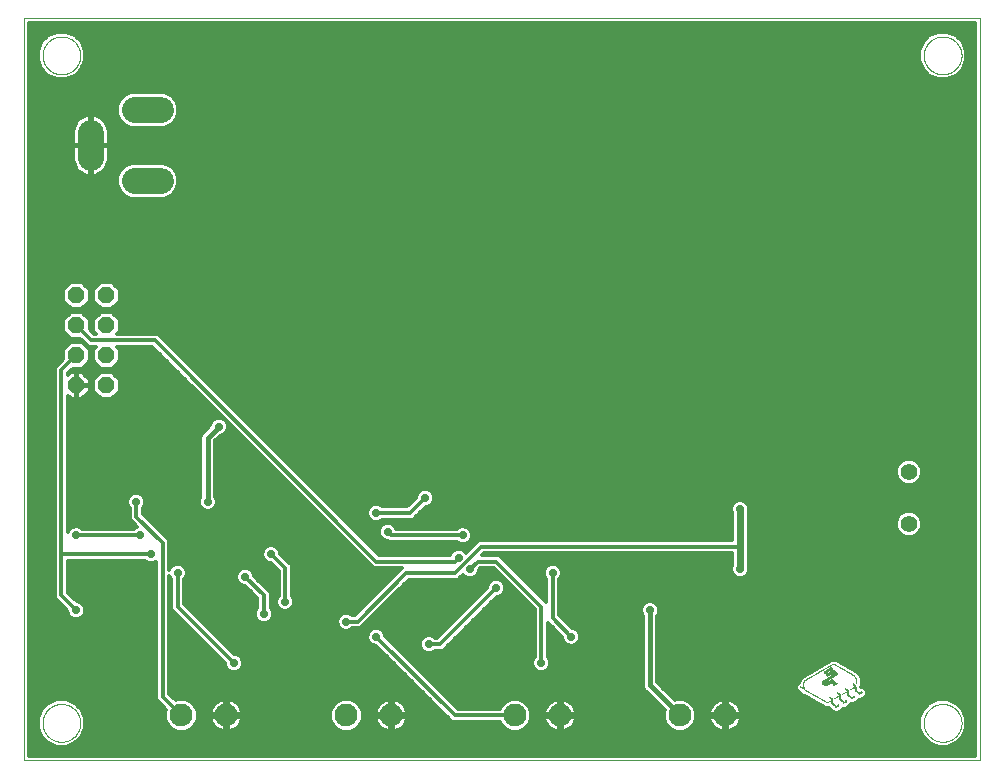
<source format=gbl>
G75*
%MOIN*%
%OFA0B0*%
%FSLAX25Y25*%
%IPPOS*%
%LPD*%
%AMOC8*
5,1,8,0,0,1.08239X$1,22.5*
%
%ADD10C,0.00000*%
%ADD11C,0.08600*%
%ADD12C,0.07600*%
%ADD13OC8,0.05600*%
%ADD14R,0.00060X0.00060*%
%ADD15R,0.00240X0.00060*%
%ADD16R,0.00420X0.00060*%
%ADD17R,0.00660X0.00060*%
%ADD18R,0.00780X0.00060*%
%ADD19R,0.00960X0.00060*%
%ADD20R,0.01200X0.00060*%
%ADD21R,0.01320X0.00060*%
%ADD22R,0.00660X0.00060*%
%ADD23R,0.00540X0.00060*%
%ADD24R,0.00480X0.00060*%
%ADD25R,0.00600X0.00060*%
%ADD26R,0.00300X0.00060*%
%ADD27R,0.00600X0.00060*%
%ADD28R,0.00240X0.00060*%
%ADD29R,0.00120X0.00060*%
%ADD30R,0.00060X0.00060*%
%ADD31R,0.00540X0.00060*%
%ADD32R,0.00480X0.00060*%
%ADD33R,0.00480X0.00060*%
%ADD34R,0.00360X0.00060*%
%ADD35R,0.00360X0.00060*%
%ADD36R,0.00180X0.00060*%
%ADD37R,0.00420X0.00060*%
%ADD38R,0.00360X0.00060*%
%ADD39R,0.00720X0.00060*%
%ADD40R,0.00900X0.00060*%
%ADD41R,0.00180X0.00060*%
%ADD42R,0.00120X0.00060*%
%ADD43R,0.01140X0.00060*%
%ADD44R,0.01260X0.00060*%
%ADD45R,0.00420X0.00060*%
%ADD46R,0.00180X0.00060*%
%ADD47R,0.00540X0.00060*%
%ADD48R,0.00300X0.00060*%
%ADD49R,0.00180X0.00060*%
%ADD50R,0.00060X0.00060*%
%ADD51R,0.00480X0.00060*%
%ADD52R,0.00360X0.00060*%
%ADD53R,0.00120X0.00060*%
%ADD54R,0.00420X0.00060*%
%ADD55R,0.00720X0.00060*%
%ADD56R,0.01260X0.00060*%
%ADD57R,0.00660X0.00060*%
%ADD58R,0.00660X0.00060*%
%ADD59R,0.00060X0.00060*%
%ADD60R,0.00240X0.00060*%
%ADD61R,0.01380X0.00060*%
%ADD62R,0.00720X0.00060*%
%ADD63R,0.01560X0.00060*%
%ADD64R,0.00840X0.00060*%
%ADD65R,0.01680X0.00060*%
%ADD66R,0.01020X0.00060*%
%ADD67R,0.01740X0.00060*%
%ADD68R,0.01380X0.00060*%
%ADD69R,0.01680X0.00060*%
%ADD70R,0.01680X0.00060*%
%ADD71R,0.01740X0.00060*%
%ADD72R,0.01740X0.00060*%
%ADD73R,0.00720X0.00060*%
%ADD74R,0.03420X0.00060*%
%ADD75R,0.00840X0.00060*%
%ADD76R,0.03240X0.00060*%
%ADD77R,0.01020X0.00060*%
%ADD78R,0.03060X0.00060*%
%ADD79R,0.01080X0.00060*%
%ADD80R,0.02880X0.00060*%
%ADD81R,0.02760X0.00060*%
%ADD82R,0.02580X0.00060*%
%ADD83R,0.02460X0.00060*%
%ADD84R,0.02280X0.00060*%
%ADD85R,0.01500X0.00060*%
%ADD86R,0.02100X0.00060*%
%ADD87R,0.01560X0.00060*%
%ADD88R,0.01980X0.00060*%
%ADD89R,0.01800X0.00060*%
%ADD90R,0.01620X0.00060*%
%ADD91R,0.01620X0.00060*%
%ADD92R,0.01560X0.00060*%
%ADD93R,0.01140X0.00060*%
%ADD94R,0.01620X0.00060*%
%ADD95R,0.00960X0.00060*%
%ADD96R,0.00120X0.00060*%
%ADD97R,0.01620X0.00060*%
%ADD98R,0.00960X0.00060*%
%ADD99R,0.01080X0.00060*%
%ADD100R,0.01440X0.00060*%
%ADD101R,0.01860X0.00060*%
%ADD102R,0.01920X0.00060*%
%ADD103R,0.01920X0.00060*%
%ADD104R,0.03660X0.00060*%
%ADD105R,0.03480X0.00060*%
%ADD106R,0.03360X0.00060*%
%ADD107R,0.03180X0.00060*%
%ADD108R,0.02940X0.00060*%
%ADD109R,0.02820X0.00060*%
%ADD110R,0.02640X0.00060*%
%ADD111R,0.02520X0.00060*%
%ADD112R,0.02340X0.00060*%
%ADD113R,0.01320X0.00060*%
%ADD114R,0.02220X0.00060*%
%ADD115R,0.02040X0.00060*%
%ADD116R,0.01560X0.00060*%
%ADD117R,0.01440X0.00060*%
%ADD118C,0.05543*%
%ADD119C,0.03169*%
%ADD120C,0.01200*%
%ADD121C,0.02775*%
%ADD122C,0.01600*%
%ADD123C,0.02400*%
D10*
X0077433Y0110435D02*
X0077433Y0357895D01*
X0396134Y0357895D01*
X0396134Y0110435D01*
X0077433Y0110435D01*
X0083634Y0122935D02*
X0083636Y0123093D01*
X0083642Y0123251D01*
X0083652Y0123409D01*
X0083666Y0123567D01*
X0083684Y0123724D01*
X0083705Y0123881D01*
X0083731Y0124037D01*
X0083761Y0124193D01*
X0083794Y0124348D01*
X0083832Y0124501D01*
X0083873Y0124654D01*
X0083918Y0124806D01*
X0083967Y0124957D01*
X0084020Y0125106D01*
X0084076Y0125254D01*
X0084136Y0125400D01*
X0084200Y0125545D01*
X0084268Y0125688D01*
X0084339Y0125830D01*
X0084413Y0125970D01*
X0084491Y0126107D01*
X0084573Y0126243D01*
X0084657Y0126377D01*
X0084746Y0126508D01*
X0084837Y0126637D01*
X0084932Y0126764D01*
X0085029Y0126889D01*
X0085130Y0127011D01*
X0085234Y0127130D01*
X0085341Y0127247D01*
X0085451Y0127361D01*
X0085564Y0127472D01*
X0085679Y0127581D01*
X0085797Y0127686D01*
X0085918Y0127788D01*
X0086041Y0127888D01*
X0086167Y0127984D01*
X0086295Y0128077D01*
X0086425Y0128167D01*
X0086558Y0128253D01*
X0086693Y0128337D01*
X0086829Y0128416D01*
X0086968Y0128493D01*
X0087109Y0128565D01*
X0087251Y0128635D01*
X0087395Y0128700D01*
X0087541Y0128762D01*
X0087688Y0128820D01*
X0087837Y0128875D01*
X0087987Y0128926D01*
X0088138Y0128973D01*
X0088290Y0129016D01*
X0088443Y0129055D01*
X0088598Y0129091D01*
X0088753Y0129122D01*
X0088909Y0129150D01*
X0089065Y0129174D01*
X0089222Y0129194D01*
X0089380Y0129210D01*
X0089537Y0129222D01*
X0089696Y0129230D01*
X0089854Y0129234D01*
X0090012Y0129234D01*
X0090170Y0129230D01*
X0090329Y0129222D01*
X0090486Y0129210D01*
X0090644Y0129194D01*
X0090801Y0129174D01*
X0090957Y0129150D01*
X0091113Y0129122D01*
X0091268Y0129091D01*
X0091423Y0129055D01*
X0091576Y0129016D01*
X0091728Y0128973D01*
X0091879Y0128926D01*
X0092029Y0128875D01*
X0092178Y0128820D01*
X0092325Y0128762D01*
X0092471Y0128700D01*
X0092615Y0128635D01*
X0092757Y0128565D01*
X0092898Y0128493D01*
X0093037Y0128416D01*
X0093173Y0128337D01*
X0093308Y0128253D01*
X0093441Y0128167D01*
X0093571Y0128077D01*
X0093699Y0127984D01*
X0093825Y0127888D01*
X0093948Y0127788D01*
X0094069Y0127686D01*
X0094187Y0127581D01*
X0094302Y0127472D01*
X0094415Y0127361D01*
X0094525Y0127247D01*
X0094632Y0127130D01*
X0094736Y0127011D01*
X0094837Y0126889D01*
X0094934Y0126764D01*
X0095029Y0126637D01*
X0095120Y0126508D01*
X0095209Y0126377D01*
X0095293Y0126243D01*
X0095375Y0126107D01*
X0095453Y0125970D01*
X0095527Y0125830D01*
X0095598Y0125688D01*
X0095666Y0125545D01*
X0095730Y0125400D01*
X0095790Y0125254D01*
X0095846Y0125106D01*
X0095899Y0124957D01*
X0095948Y0124806D01*
X0095993Y0124654D01*
X0096034Y0124501D01*
X0096072Y0124348D01*
X0096105Y0124193D01*
X0096135Y0124037D01*
X0096161Y0123881D01*
X0096182Y0123724D01*
X0096200Y0123567D01*
X0096214Y0123409D01*
X0096224Y0123251D01*
X0096230Y0123093D01*
X0096232Y0122935D01*
X0096230Y0122777D01*
X0096224Y0122619D01*
X0096214Y0122461D01*
X0096200Y0122303D01*
X0096182Y0122146D01*
X0096161Y0121989D01*
X0096135Y0121833D01*
X0096105Y0121677D01*
X0096072Y0121522D01*
X0096034Y0121369D01*
X0095993Y0121216D01*
X0095948Y0121064D01*
X0095899Y0120913D01*
X0095846Y0120764D01*
X0095790Y0120616D01*
X0095730Y0120470D01*
X0095666Y0120325D01*
X0095598Y0120182D01*
X0095527Y0120040D01*
X0095453Y0119900D01*
X0095375Y0119763D01*
X0095293Y0119627D01*
X0095209Y0119493D01*
X0095120Y0119362D01*
X0095029Y0119233D01*
X0094934Y0119106D01*
X0094837Y0118981D01*
X0094736Y0118859D01*
X0094632Y0118740D01*
X0094525Y0118623D01*
X0094415Y0118509D01*
X0094302Y0118398D01*
X0094187Y0118289D01*
X0094069Y0118184D01*
X0093948Y0118082D01*
X0093825Y0117982D01*
X0093699Y0117886D01*
X0093571Y0117793D01*
X0093441Y0117703D01*
X0093308Y0117617D01*
X0093173Y0117533D01*
X0093037Y0117454D01*
X0092898Y0117377D01*
X0092757Y0117305D01*
X0092615Y0117235D01*
X0092471Y0117170D01*
X0092325Y0117108D01*
X0092178Y0117050D01*
X0092029Y0116995D01*
X0091879Y0116944D01*
X0091728Y0116897D01*
X0091576Y0116854D01*
X0091423Y0116815D01*
X0091268Y0116779D01*
X0091113Y0116748D01*
X0090957Y0116720D01*
X0090801Y0116696D01*
X0090644Y0116676D01*
X0090486Y0116660D01*
X0090329Y0116648D01*
X0090170Y0116640D01*
X0090012Y0116636D01*
X0089854Y0116636D01*
X0089696Y0116640D01*
X0089537Y0116648D01*
X0089380Y0116660D01*
X0089222Y0116676D01*
X0089065Y0116696D01*
X0088909Y0116720D01*
X0088753Y0116748D01*
X0088598Y0116779D01*
X0088443Y0116815D01*
X0088290Y0116854D01*
X0088138Y0116897D01*
X0087987Y0116944D01*
X0087837Y0116995D01*
X0087688Y0117050D01*
X0087541Y0117108D01*
X0087395Y0117170D01*
X0087251Y0117235D01*
X0087109Y0117305D01*
X0086968Y0117377D01*
X0086829Y0117454D01*
X0086693Y0117533D01*
X0086558Y0117617D01*
X0086425Y0117703D01*
X0086295Y0117793D01*
X0086167Y0117886D01*
X0086041Y0117982D01*
X0085918Y0118082D01*
X0085797Y0118184D01*
X0085679Y0118289D01*
X0085564Y0118398D01*
X0085451Y0118509D01*
X0085341Y0118623D01*
X0085234Y0118740D01*
X0085130Y0118859D01*
X0085029Y0118981D01*
X0084932Y0119106D01*
X0084837Y0119233D01*
X0084746Y0119362D01*
X0084657Y0119493D01*
X0084573Y0119627D01*
X0084491Y0119763D01*
X0084413Y0119900D01*
X0084339Y0120040D01*
X0084268Y0120182D01*
X0084200Y0120325D01*
X0084136Y0120470D01*
X0084076Y0120616D01*
X0084020Y0120764D01*
X0083967Y0120913D01*
X0083918Y0121064D01*
X0083873Y0121216D01*
X0083832Y0121369D01*
X0083794Y0121522D01*
X0083761Y0121677D01*
X0083731Y0121833D01*
X0083705Y0121989D01*
X0083684Y0122146D01*
X0083666Y0122303D01*
X0083652Y0122461D01*
X0083642Y0122619D01*
X0083636Y0122777D01*
X0083634Y0122935D01*
X0083634Y0345435D02*
X0083636Y0345593D01*
X0083642Y0345751D01*
X0083652Y0345909D01*
X0083666Y0346067D01*
X0083684Y0346224D01*
X0083705Y0346381D01*
X0083731Y0346537D01*
X0083761Y0346693D01*
X0083794Y0346848D01*
X0083832Y0347001D01*
X0083873Y0347154D01*
X0083918Y0347306D01*
X0083967Y0347457D01*
X0084020Y0347606D01*
X0084076Y0347754D01*
X0084136Y0347900D01*
X0084200Y0348045D01*
X0084268Y0348188D01*
X0084339Y0348330D01*
X0084413Y0348470D01*
X0084491Y0348607D01*
X0084573Y0348743D01*
X0084657Y0348877D01*
X0084746Y0349008D01*
X0084837Y0349137D01*
X0084932Y0349264D01*
X0085029Y0349389D01*
X0085130Y0349511D01*
X0085234Y0349630D01*
X0085341Y0349747D01*
X0085451Y0349861D01*
X0085564Y0349972D01*
X0085679Y0350081D01*
X0085797Y0350186D01*
X0085918Y0350288D01*
X0086041Y0350388D01*
X0086167Y0350484D01*
X0086295Y0350577D01*
X0086425Y0350667D01*
X0086558Y0350753D01*
X0086693Y0350837D01*
X0086829Y0350916D01*
X0086968Y0350993D01*
X0087109Y0351065D01*
X0087251Y0351135D01*
X0087395Y0351200D01*
X0087541Y0351262D01*
X0087688Y0351320D01*
X0087837Y0351375D01*
X0087987Y0351426D01*
X0088138Y0351473D01*
X0088290Y0351516D01*
X0088443Y0351555D01*
X0088598Y0351591D01*
X0088753Y0351622D01*
X0088909Y0351650D01*
X0089065Y0351674D01*
X0089222Y0351694D01*
X0089380Y0351710D01*
X0089537Y0351722D01*
X0089696Y0351730D01*
X0089854Y0351734D01*
X0090012Y0351734D01*
X0090170Y0351730D01*
X0090329Y0351722D01*
X0090486Y0351710D01*
X0090644Y0351694D01*
X0090801Y0351674D01*
X0090957Y0351650D01*
X0091113Y0351622D01*
X0091268Y0351591D01*
X0091423Y0351555D01*
X0091576Y0351516D01*
X0091728Y0351473D01*
X0091879Y0351426D01*
X0092029Y0351375D01*
X0092178Y0351320D01*
X0092325Y0351262D01*
X0092471Y0351200D01*
X0092615Y0351135D01*
X0092757Y0351065D01*
X0092898Y0350993D01*
X0093037Y0350916D01*
X0093173Y0350837D01*
X0093308Y0350753D01*
X0093441Y0350667D01*
X0093571Y0350577D01*
X0093699Y0350484D01*
X0093825Y0350388D01*
X0093948Y0350288D01*
X0094069Y0350186D01*
X0094187Y0350081D01*
X0094302Y0349972D01*
X0094415Y0349861D01*
X0094525Y0349747D01*
X0094632Y0349630D01*
X0094736Y0349511D01*
X0094837Y0349389D01*
X0094934Y0349264D01*
X0095029Y0349137D01*
X0095120Y0349008D01*
X0095209Y0348877D01*
X0095293Y0348743D01*
X0095375Y0348607D01*
X0095453Y0348470D01*
X0095527Y0348330D01*
X0095598Y0348188D01*
X0095666Y0348045D01*
X0095730Y0347900D01*
X0095790Y0347754D01*
X0095846Y0347606D01*
X0095899Y0347457D01*
X0095948Y0347306D01*
X0095993Y0347154D01*
X0096034Y0347001D01*
X0096072Y0346848D01*
X0096105Y0346693D01*
X0096135Y0346537D01*
X0096161Y0346381D01*
X0096182Y0346224D01*
X0096200Y0346067D01*
X0096214Y0345909D01*
X0096224Y0345751D01*
X0096230Y0345593D01*
X0096232Y0345435D01*
X0096230Y0345277D01*
X0096224Y0345119D01*
X0096214Y0344961D01*
X0096200Y0344803D01*
X0096182Y0344646D01*
X0096161Y0344489D01*
X0096135Y0344333D01*
X0096105Y0344177D01*
X0096072Y0344022D01*
X0096034Y0343869D01*
X0095993Y0343716D01*
X0095948Y0343564D01*
X0095899Y0343413D01*
X0095846Y0343264D01*
X0095790Y0343116D01*
X0095730Y0342970D01*
X0095666Y0342825D01*
X0095598Y0342682D01*
X0095527Y0342540D01*
X0095453Y0342400D01*
X0095375Y0342263D01*
X0095293Y0342127D01*
X0095209Y0341993D01*
X0095120Y0341862D01*
X0095029Y0341733D01*
X0094934Y0341606D01*
X0094837Y0341481D01*
X0094736Y0341359D01*
X0094632Y0341240D01*
X0094525Y0341123D01*
X0094415Y0341009D01*
X0094302Y0340898D01*
X0094187Y0340789D01*
X0094069Y0340684D01*
X0093948Y0340582D01*
X0093825Y0340482D01*
X0093699Y0340386D01*
X0093571Y0340293D01*
X0093441Y0340203D01*
X0093308Y0340117D01*
X0093173Y0340033D01*
X0093037Y0339954D01*
X0092898Y0339877D01*
X0092757Y0339805D01*
X0092615Y0339735D01*
X0092471Y0339670D01*
X0092325Y0339608D01*
X0092178Y0339550D01*
X0092029Y0339495D01*
X0091879Y0339444D01*
X0091728Y0339397D01*
X0091576Y0339354D01*
X0091423Y0339315D01*
X0091268Y0339279D01*
X0091113Y0339248D01*
X0090957Y0339220D01*
X0090801Y0339196D01*
X0090644Y0339176D01*
X0090486Y0339160D01*
X0090329Y0339148D01*
X0090170Y0339140D01*
X0090012Y0339136D01*
X0089854Y0339136D01*
X0089696Y0339140D01*
X0089537Y0339148D01*
X0089380Y0339160D01*
X0089222Y0339176D01*
X0089065Y0339196D01*
X0088909Y0339220D01*
X0088753Y0339248D01*
X0088598Y0339279D01*
X0088443Y0339315D01*
X0088290Y0339354D01*
X0088138Y0339397D01*
X0087987Y0339444D01*
X0087837Y0339495D01*
X0087688Y0339550D01*
X0087541Y0339608D01*
X0087395Y0339670D01*
X0087251Y0339735D01*
X0087109Y0339805D01*
X0086968Y0339877D01*
X0086829Y0339954D01*
X0086693Y0340033D01*
X0086558Y0340117D01*
X0086425Y0340203D01*
X0086295Y0340293D01*
X0086167Y0340386D01*
X0086041Y0340482D01*
X0085918Y0340582D01*
X0085797Y0340684D01*
X0085679Y0340789D01*
X0085564Y0340898D01*
X0085451Y0341009D01*
X0085341Y0341123D01*
X0085234Y0341240D01*
X0085130Y0341359D01*
X0085029Y0341481D01*
X0084932Y0341606D01*
X0084837Y0341733D01*
X0084746Y0341862D01*
X0084657Y0341993D01*
X0084573Y0342127D01*
X0084491Y0342263D01*
X0084413Y0342400D01*
X0084339Y0342540D01*
X0084268Y0342682D01*
X0084200Y0342825D01*
X0084136Y0342970D01*
X0084076Y0343116D01*
X0084020Y0343264D01*
X0083967Y0343413D01*
X0083918Y0343564D01*
X0083873Y0343716D01*
X0083832Y0343869D01*
X0083794Y0344022D01*
X0083761Y0344177D01*
X0083731Y0344333D01*
X0083705Y0344489D01*
X0083684Y0344646D01*
X0083666Y0344803D01*
X0083652Y0344961D01*
X0083642Y0345119D01*
X0083636Y0345277D01*
X0083634Y0345435D01*
X0377384Y0345435D02*
X0377386Y0345593D01*
X0377392Y0345751D01*
X0377402Y0345909D01*
X0377416Y0346067D01*
X0377434Y0346224D01*
X0377455Y0346381D01*
X0377481Y0346537D01*
X0377511Y0346693D01*
X0377544Y0346848D01*
X0377582Y0347001D01*
X0377623Y0347154D01*
X0377668Y0347306D01*
X0377717Y0347457D01*
X0377770Y0347606D01*
X0377826Y0347754D01*
X0377886Y0347900D01*
X0377950Y0348045D01*
X0378018Y0348188D01*
X0378089Y0348330D01*
X0378163Y0348470D01*
X0378241Y0348607D01*
X0378323Y0348743D01*
X0378407Y0348877D01*
X0378496Y0349008D01*
X0378587Y0349137D01*
X0378682Y0349264D01*
X0378779Y0349389D01*
X0378880Y0349511D01*
X0378984Y0349630D01*
X0379091Y0349747D01*
X0379201Y0349861D01*
X0379314Y0349972D01*
X0379429Y0350081D01*
X0379547Y0350186D01*
X0379668Y0350288D01*
X0379791Y0350388D01*
X0379917Y0350484D01*
X0380045Y0350577D01*
X0380175Y0350667D01*
X0380308Y0350753D01*
X0380443Y0350837D01*
X0380579Y0350916D01*
X0380718Y0350993D01*
X0380859Y0351065D01*
X0381001Y0351135D01*
X0381145Y0351200D01*
X0381291Y0351262D01*
X0381438Y0351320D01*
X0381587Y0351375D01*
X0381737Y0351426D01*
X0381888Y0351473D01*
X0382040Y0351516D01*
X0382193Y0351555D01*
X0382348Y0351591D01*
X0382503Y0351622D01*
X0382659Y0351650D01*
X0382815Y0351674D01*
X0382972Y0351694D01*
X0383130Y0351710D01*
X0383287Y0351722D01*
X0383446Y0351730D01*
X0383604Y0351734D01*
X0383762Y0351734D01*
X0383920Y0351730D01*
X0384079Y0351722D01*
X0384236Y0351710D01*
X0384394Y0351694D01*
X0384551Y0351674D01*
X0384707Y0351650D01*
X0384863Y0351622D01*
X0385018Y0351591D01*
X0385173Y0351555D01*
X0385326Y0351516D01*
X0385478Y0351473D01*
X0385629Y0351426D01*
X0385779Y0351375D01*
X0385928Y0351320D01*
X0386075Y0351262D01*
X0386221Y0351200D01*
X0386365Y0351135D01*
X0386507Y0351065D01*
X0386648Y0350993D01*
X0386787Y0350916D01*
X0386923Y0350837D01*
X0387058Y0350753D01*
X0387191Y0350667D01*
X0387321Y0350577D01*
X0387449Y0350484D01*
X0387575Y0350388D01*
X0387698Y0350288D01*
X0387819Y0350186D01*
X0387937Y0350081D01*
X0388052Y0349972D01*
X0388165Y0349861D01*
X0388275Y0349747D01*
X0388382Y0349630D01*
X0388486Y0349511D01*
X0388587Y0349389D01*
X0388684Y0349264D01*
X0388779Y0349137D01*
X0388870Y0349008D01*
X0388959Y0348877D01*
X0389043Y0348743D01*
X0389125Y0348607D01*
X0389203Y0348470D01*
X0389277Y0348330D01*
X0389348Y0348188D01*
X0389416Y0348045D01*
X0389480Y0347900D01*
X0389540Y0347754D01*
X0389596Y0347606D01*
X0389649Y0347457D01*
X0389698Y0347306D01*
X0389743Y0347154D01*
X0389784Y0347001D01*
X0389822Y0346848D01*
X0389855Y0346693D01*
X0389885Y0346537D01*
X0389911Y0346381D01*
X0389932Y0346224D01*
X0389950Y0346067D01*
X0389964Y0345909D01*
X0389974Y0345751D01*
X0389980Y0345593D01*
X0389982Y0345435D01*
X0389980Y0345277D01*
X0389974Y0345119D01*
X0389964Y0344961D01*
X0389950Y0344803D01*
X0389932Y0344646D01*
X0389911Y0344489D01*
X0389885Y0344333D01*
X0389855Y0344177D01*
X0389822Y0344022D01*
X0389784Y0343869D01*
X0389743Y0343716D01*
X0389698Y0343564D01*
X0389649Y0343413D01*
X0389596Y0343264D01*
X0389540Y0343116D01*
X0389480Y0342970D01*
X0389416Y0342825D01*
X0389348Y0342682D01*
X0389277Y0342540D01*
X0389203Y0342400D01*
X0389125Y0342263D01*
X0389043Y0342127D01*
X0388959Y0341993D01*
X0388870Y0341862D01*
X0388779Y0341733D01*
X0388684Y0341606D01*
X0388587Y0341481D01*
X0388486Y0341359D01*
X0388382Y0341240D01*
X0388275Y0341123D01*
X0388165Y0341009D01*
X0388052Y0340898D01*
X0387937Y0340789D01*
X0387819Y0340684D01*
X0387698Y0340582D01*
X0387575Y0340482D01*
X0387449Y0340386D01*
X0387321Y0340293D01*
X0387191Y0340203D01*
X0387058Y0340117D01*
X0386923Y0340033D01*
X0386787Y0339954D01*
X0386648Y0339877D01*
X0386507Y0339805D01*
X0386365Y0339735D01*
X0386221Y0339670D01*
X0386075Y0339608D01*
X0385928Y0339550D01*
X0385779Y0339495D01*
X0385629Y0339444D01*
X0385478Y0339397D01*
X0385326Y0339354D01*
X0385173Y0339315D01*
X0385018Y0339279D01*
X0384863Y0339248D01*
X0384707Y0339220D01*
X0384551Y0339196D01*
X0384394Y0339176D01*
X0384236Y0339160D01*
X0384079Y0339148D01*
X0383920Y0339140D01*
X0383762Y0339136D01*
X0383604Y0339136D01*
X0383446Y0339140D01*
X0383287Y0339148D01*
X0383130Y0339160D01*
X0382972Y0339176D01*
X0382815Y0339196D01*
X0382659Y0339220D01*
X0382503Y0339248D01*
X0382348Y0339279D01*
X0382193Y0339315D01*
X0382040Y0339354D01*
X0381888Y0339397D01*
X0381737Y0339444D01*
X0381587Y0339495D01*
X0381438Y0339550D01*
X0381291Y0339608D01*
X0381145Y0339670D01*
X0381001Y0339735D01*
X0380859Y0339805D01*
X0380718Y0339877D01*
X0380579Y0339954D01*
X0380443Y0340033D01*
X0380308Y0340117D01*
X0380175Y0340203D01*
X0380045Y0340293D01*
X0379917Y0340386D01*
X0379791Y0340482D01*
X0379668Y0340582D01*
X0379547Y0340684D01*
X0379429Y0340789D01*
X0379314Y0340898D01*
X0379201Y0341009D01*
X0379091Y0341123D01*
X0378984Y0341240D01*
X0378880Y0341359D01*
X0378779Y0341481D01*
X0378682Y0341606D01*
X0378587Y0341733D01*
X0378496Y0341862D01*
X0378407Y0341993D01*
X0378323Y0342127D01*
X0378241Y0342263D01*
X0378163Y0342400D01*
X0378089Y0342540D01*
X0378018Y0342682D01*
X0377950Y0342825D01*
X0377886Y0342970D01*
X0377826Y0343116D01*
X0377770Y0343264D01*
X0377717Y0343413D01*
X0377668Y0343564D01*
X0377623Y0343716D01*
X0377582Y0343869D01*
X0377544Y0344022D01*
X0377511Y0344177D01*
X0377481Y0344333D01*
X0377455Y0344489D01*
X0377434Y0344646D01*
X0377416Y0344803D01*
X0377402Y0344961D01*
X0377392Y0345119D01*
X0377386Y0345277D01*
X0377384Y0345435D01*
X0377384Y0122935D02*
X0377386Y0123093D01*
X0377392Y0123251D01*
X0377402Y0123409D01*
X0377416Y0123567D01*
X0377434Y0123724D01*
X0377455Y0123881D01*
X0377481Y0124037D01*
X0377511Y0124193D01*
X0377544Y0124348D01*
X0377582Y0124501D01*
X0377623Y0124654D01*
X0377668Y0124806D01*
X0377717Y0124957D01*
X0377770Y0125106D01*
X0377826Y0125254D01*
X0377886Y0125400D01*
X0377950Y0125545D01*
X0378018Y0125688D01*
X0378089Y0125830D01*
X0378163Y0125970D01*
X0378241Y0126107D01*
X0378323Y0126243D01*
X0378407Y0126377D01*
X0378496Y0126508D01*
X0378587Y0126637D01*
X0378682Y0126764D01*
X0378779Y0126889D01*
X0378880Y0127011D01*
X0378984Y0127130D01*
X0379091Y0127247D01*
X0379201Y0127361D01*
X0379314Y0127472D01*
X0379429Y0127581D01*
X0379547Y0127686D01*
X0379668Y0127788D01*
X0379791Y0127888D01*
X0379917Y0127984D01*
X0380045Y0128077D01*
X0380175Y0128167D01*
X0380308Y0128253D01*
X0380443Y0128337D01*
X0380579Y0128416D01*
X0380718Y0128493D01*
X0380859Y0128565D01*
X0381001Y0128635D01*
X0381145Y0128700D01*
X0381291Y0128762D01*
X0381438Y0128820D01*
X0381587Y0128875D01*
X0381737Y0128926D01*
X0381888Y0128973D01*
X0382040Y0129016D01*
X0382193Y0129055D01*
X0382348Y0129091D01*
X0382503Y0129122D01*
X0382659Y0129150D01*
X0382815Y0129174D01*
X0382972Y0129194D01*
X0383130Y0129210D01*
X0383287Y0129222D01*
X0383446Y0129230D01*
X0383604Y0129234D01*
X0383762Y0129234D01*
X0383920Y0129230D01*
X0384079Y0129222D01*
X0384236Y0129210D01*
X0384394Y0129194D01*
X0384551Y0129174D01*
X0384707Y0129150D01*
X0384863Y0129122D01*
X0385018Y0129091D01*
X0385173Y0129055D01*
X0385326Y0129016D01*
X0385478Y0128973D01*
X0385629Y0128926D01*
X0385779Y0128875D01*
X0385928Y0128820D01*
X0386075Y0128762D01*
X0386221Y0128700D01*
X0386365Y0128635D01*
X0386507Y0128565D01*
X0386648Y0128493D01*
X0386787Y0128416D01*
X0386923Y0128337D01*
X0387058Y0128253D01*
X0387191Y0128167D01*
X0387321Y0128077D01*
X0387449Y0127984D01*
X0387575Y0127888D01*
X0387698Y0127788D01*
X0387819Y0127686D01*
X0387937Y0127581D01*
X0388052Y0127472D01*
X0388165Y0127361D01*
X0388275Y0127247D01*
X0388382Y0127130D01*
X0388486Y0127011D01*
X0388587Y0126889D01*
X0388684Y0126764D01*
X0388779Y0126637D01*
X0388870Y0126508D01*
X0388959Y0126377D01*
X0389043Y0126243D01*
X0389125Y0126107D01*
X0389203Y0125970D01*
X0389277Y0125830D01*
X0389348Y0125688D01*
X0389416Y0125545D01*
X0389480Y0125400D01*
X0389540Y0125254D01*
X0389596Y0125106D01*
X0389649Y0124957D01*
X0389698Y0124806D01*
X0389743Y0124654D01*
X0389784Y0124501D01*
X0389822Y0124348D01*
X0389855Y0124193D01*
X0389885Y0124037D01*
X0389911Y0123881D01*
X0389932Y0123724D01*
X0389950Y0123567D01*
X0389964Y0123409D01*
X0389974Y0123251D01*
X0389980Y0123093D01*
X0389982Y0122935D01*
X0389980Y0122777D01*
X0389974Y0122619D01*
X0389964Y0122461D01*
X0389950Y0122303D01*
X0389932Y0122146D01*
X0389911Y0121989D01*
X0389885Y0121833D01*
X0389855Y0121677D01*
X0389822Y0121522D01*
X0389784Y0121369D01*
X0389743Y0121216D01*
X0389698Y0121064D01*
X0389649Y0120913D01*
X0389596Y0120764D01*
X0389540Y0120616D01*
X0389480Y0120470D01*
X0389416Y0120325D01*
X0389348Y0120182D01*
X0389277Y0120040D01*
X0389203Y0119900D01*
X0389125Y0119763D01*
X0389043Y0119627D01*
X0388959Y0119493D01*
X0388870Y0119362D01*
X0388779Y0119233D01*
X0388684Y0119106D01*
X0388587Y0118981D01*
X0388486Y0118859D01*
X0388382Y0118740D01*
X0388275Y0118623D01*
X0388165Y0118509D01*
X0388052Y0118398D01*
X0387937Y0118289D01*
X0387819Y0118184D01*
X0387698Y0118082D01*
X0387575Y0117982D01*
X0387449Y0117886D01*
X0387321Y0117793D01*
X0387191Y0117703D01*
X0387058Y0117617D01*
X0386923Y0117533D01*
X0386787Y0117454D01*
X0386648Y0117377D01*
X0386507Y0117305D01*
X0386365Y0117235D01*
X0386221Y0117170D01*
X0386075Y0117108D01*
X0385928Y0117050D01*
X0385779Y0116995D01*
X0385629Y0116944D01*
X0385478Y0116897D01*
X0385326Y0116854D01*
X0385173Y0116815D01*
X0385018Y0116779D01*
X0384863Y0116748D01*
X0384707Y0116720D01*
X0384551Y0116696D01*
X0384394Y0116676D01*
X0384236Y0116660D01*
X0384079Y0116648D01*
X0383920Y0116640D01*
X0383762Y0116636D01*
X0383604Y0116636D01*
X0383446Y0116640D01*
X0383287Y0116648D01*
X0383130Y0116660D01*
X0382972Y0116676D01*
X0382815Y0116696D01*
X0382659Y0116720D01*
X0382503Y0116748D01*
X0382348Y0116779D01*
X0382193Y0116815D01*
X0382040Y0116854D01*
X0381888Y0116897D01*
X0381737Y0116944D01*
X0381587Y0116995D01*
X0381438Y0117050D01*
X0381291Y0117108D01*
X0381145Y0117170D01*
X0381001Y0117235D01*
X0380859Y0117305D01*
X0380718Y0117377D01*
X0380579Y0117454D01*
X0380443Y0117533D01*
X0380308Y0117617D01*
X0380175Y0117703D01*
X0380045Y0117793D01*
X0379917Y0117886D01*
X0379791Y0117982D01*
X0379668Y0118082D01*
X0379547Y0118184D01*
X0379429Y0118289D01*
X0379314Y0118398D01*
X0379201Y0118509D01*
X0379091Y0118623D01*
X0378984Y0118740D01*
X0378880Y0118859D01*
X0378779Y0118981D01*
X0378682Y0119106D01*
X0378587Y0119233D01*
X0378496Y0119362D01*
X0378407Y0119493D01*
X0378323Y0119627D01*
X0378241Y0119763D01*
X0378163Y0119900D01*
X0378089Y0120040D01*
X0378018Y0120182D01*
X0377950Y0120325D01*
X0377886Y0120470D01*
X0377826Y0120616D01*
X0377770Y0120764D01*
X0377717Y0120913D01*
X0377668Y0121064D01*
X0377623Y0121216D01*
X0377582Y0121369D01*
X0377544Y0121522D01*
X0377511Y0121677D01*
X0377481Y0121833D01*
X0377455Y0121989D01*
X0377434Y0122146D01*
X0377416Y0122303D01*
X0377402Y0122461D01*
X0377392Y0122619D01*
X0377386Y0122777D01*
X0377384Y0122935D01*
D11*
X0122983Y0303624D02*
X0114383Y0303624D01*
X0099786Y0311135D02*
X0099786Y0319735D01*
X0114383Y0327246D02*
X0122983Y0327246D01*
D12*
X0129933Y0125435D03*
X0144933Y0125435D03*
X0184933Y0125435D03*
X0199933Y0125435D03*
X0241183Y0125435D03*
X0256183Y0125435D03*
X0296183Y0125435D03*
X0311183Y0125435D03*
D13*
X0104933Y0235435D03*
X0104933Y0245435D03*
X0104933Y0255435D03*
X0104933Y0265435D03*
X0094933Y0265435D03*
X0094933Y0255435D03*
X0094933Y0245435D03*
X0094933Y0235435D03*
D14*
X0337428Y0135735D03*
X0337428Y0135435D03*
X0337488Y0135135D03*
X0337548Y0134835D03*
X0337848Y0133935D03*
X0337788Y0136335D03*
X0337848Y0136635D03*
X0348228Y0127935D03*
X0351468Y0134235D03*
X0355248Y0136035D03*
X0355248Y0136335D03*
X0355248Y0136635D03*
X0355248Y0136935D03*
D15*
X0351558Y0134055D03*
X0351558Y0130095D03*
X0348258Y0127995D03*
X0343758Y0135795D03*
D16*
X0343788Y0135855D03*
X0344628Y0139275D03*
X0347628Y0135315D03*
X0349128Y0132375D03*
X0349188Y0132315D03*
X0349428Y0131955D03*
X0349488Y0131775D03*
X0349788Y0130455D03*
X0348828Y0128595D03*
X0348288Y0128055D03*
X0347088Y0129075D03*
X0346788Y0130455D03*
X0352128Y0132315D03*
X0352128Y0132375D03*
X0352128Y0132495D03*
X0352128Y0132555D03*
X0351828Y0133695D03*
X0354588Y0134775D03*
X0354528Y0134955D03*
X0354888Y0133455D03*
X0356628Y0132975D03*
D17*
X0355728Y0132795D03*
X0355548Y0132915D03*
X0353088Y0131295D03*
X0352848Y0131475D03*
X0351348Y0129795D03*
X0350568Y0129795D03*
X0350328Y0129975D03*
X0350088Y0130155D03*
X0348288Y0128115D03*
X0347868Y0128415D03*
X0347628Y0128595D03*
X0343848Y0135975D03*
X0346788Y0137115D03*
D18*
X0345588Y0138615D03*
X0346428Y0141075D03*
X0348288Y0128175D03*
D19*
X0348318Y0128235D03*
D20*
X0348318Y0128295D03*
X0344718Y0135315D03*
X0344058Y0136275D03*
X0346458Y0140955D03*
D21*
X0345618Y0138795D03*
X0346698Y0136875D03*
X0348318Y0128355D03*
D22*
X0348708Y0128415D03*
X0347808Y0128475D03*
X0350508Y0129855D03*
X0352908Y0131415D03*
X0355608Y0132855D03*
X0356508Y0132795D03*
D23*
X0356568Y0132915D03*
X0355128Y0133215D03*
X0355068Y0133275D03*
X0353988Y0131295D03*
X0352548Y0131715D03*
X0350028Y0130215D03*
X0349968Y0130275D03*
X0348768Y0128475D03*
X0347268Y0128895D03*
X0347628Y0135375D03*
X0346788Y0137175D03*
D24*
X0349518Y0131535D03*
X0349518Y0131235D03*
X0348798Y0128535D03*
X0352398Y0131835D03*
X0352098Y0132735D03*
D25*
X0352758Y0131535D03*
X0353178Y0131235D03*
X0353538Y0130935D03*
X0353958Y0131235D03*
X0350238Y0130035D03*
X0347718Y0128535D03*
X0346398Y0141135D03*
D26*
X0347208Y0140415D03*
X0351588Y0133995D03*
X0349008Y0132555D03*
X0346368Y0131115D03*
X0348888Y0128655D03*
X0354108Y0131475D03*
X0354108Y0135555D03*
X0336708Y0134595D03*
X0336648Y0134655D03*
X0336528Y0134715D03*
X0336468Y0134775D03*
D27*
X0344658Y0135195D03*
X0345558Y0138555D03*
X0347178Y0140295D03*
X0355218Y0133155D03*
X0355278Y0133095D03*
X0355458Y0132975D03*
X0356058Y0132495D03*
X0356538Y0132855D03*
X0352998Y0131355D03*
X0352698Y0131595D03*
X0350958Y0129495D03*
X0350418Y0129915D03*
X0350178Y0130095D03*
X0349398Y0131595D03*
X0346758Y0130095D03*
X0347418Y0128775D03*
X0347478Y0128715D03*
X0347538Y0128655D03*
D28*
X0348918Y0128715D03*
X0346338Y0131175D03*
X0345438Y0129495D03*
X0348978Y0132615D03*
X0347598Y0135255D03*
X0344598Y0139215D03*
X0347538Y0142395D03*
X0354078Y0135615D03*
X0356718Y0133095D03*
D29*
X0356778Y0133215D03*
X0355038Y0137475D03*
X0354738Y0137955D03*
X0354678Y0138075D03*
X0353838Y0138795D03*
X0352578Y0139515D03*
X0351738Y0139995D03*
X0350478Y0140715D03*
X0349338Y0141375D03*
X0348078Y0142095D03*
X0346578Y0141855D03*
X0345438Y0141195D03*
X0347238Y0140475D03*
X0343578Y0140115D03*
X0342138Y0139275D03*
X0341838Y0139095D03*
X0339978Y0138015D03*
X0338838Y0137355D03*
X0338538Y0137175D03*
X0337938Y0136815D03*
X0337878Y0136695D03*
X0337878Y0133875D03*
X0338838Y0133215D03*
X0340638Y0132195D03*
X0342438Y0131175D03*
X0342978Y0130875D03*
X0344778Y0129855D03*
X0346338Y0129975D03*
X0346278Y0131295D03*
X0348138Y0130995D03*
X0348678Y0131295D03*
X0350538Y0132315D03*
X0348978Y0128775D03*
D30*
X0349008Y0128835D03*
D31*
X0347328Y0128835D03*
X0354588Y0134535D03*
X0344628Y0139335D03*
D32*
X0351438Y0129915D03*
X0347178Y0128955D03*
D33*
X0347118Y0129015D03*
X0349818Y0130395D03*
X0349518Y0131115D03*
X0349518Y0131175D03*
X0349518Y0131295D03*
X0349518Y0131355D03*
X0349518Y0131415D03*
X0349518Y0131475D03*
X0352098Y0132615D03*
X0352098Y0132675D03*
X0352098Y0132795D03*
X0352098Y0132855D03*
X0352098Y0132915D03*
X0352098Y0132975D03*
X0352458Y0131775D03*
X0354018Y0131355D03*
X0354918Y0133395D03*
X0354618Y0134295D03*
X0345558Y0138495D03*
X0343818Y0135915D03*
X0337218Y0134355D03*
D34*
X0346818Y0137235D03*
X0351618Y0133935D03*
X0352038Y0133335D03*
X0354738Y0133635D03*
X0354438Y0135135D03*
X0354198Y0135435D03*
X0349338Y0132135D03*
X0349638Y0130635D03*
X0346818Y0130335D03*
X0346698Y0130635D03*
X0346878Y0129435D03*
X0346998Y0129135D03*
D35*
X0346998Y0129195D03*
X0346938Y0129255D03*
X0346938Y0129315D03*
X0346878Y0129495D03*
X0346818Y0130395D03*
X0346638Y0130755D03*
X0346398Y0131055D03*
X0349038Y0132495D03*
X0349398Y0132015D03*
X0349518Y0131715D03*
X0349518Y0131655D03*
X0349578Y0130815D03*
X0349578Y0130755D03*
X0349578Y0130695D03*
X0349638Y0130575D03*
X0349698Y0130515D03*
X0351498Y0129975D03*
X0352278Y0131955D03*
X0352218Y0132015D03*
X0352218Y0132075D03*
X0352098Y0133095D03*
X0352098Y0133155D03*
X0352038Y0133275D03*
X0351978Y0133455D03*
X0351918Y0133575D03*
X0354678Y0133755D03*
X0354678Y0133815D03*
X0354738Y0133695D03*
X0354798Y0133575D03*
X0354798Y0133515D03*
X0354618Y0134655D03*
X0354618Y0134715D03*
X0354498Y0135015D03*
X0354318Y0135315D03*
X0354138Y0135495D03*
X0354078Y0131415D03*
X0353538Y0130875D03*
X0346398Y0141195D03*
X0336918Y0134475D03*
D36*
X0338328Y0133515D03*
X0338928Y0133155D03*
X0339588Y0132795D03*
X0339888Y0132615D03*
X0340128Y0132495D03*
X0340428Y0132315D03*
X0341388Y0131775D03*
X0341688Y0131595D03*
X0341928Y0131475D03*
X0342228Y0131295D03*
X0342528Y0131115D03*
X0343188Y0130755D03*
X0343488Y0130575D03*
X0343728Y0130455D03*
X0344028Y0130275D03*
X0344688Y0129915D03*
X0345288Y0129555D03*
X0345588Y0129555D03*
X0346128Y0129855D03*
X0347928Y0130875D03*
X0348228Y0131055D03*
X0348888Y0131415D03*
X0350928Y0132555D03*
X0351528Y0134115D03*
X0353688Y0134115D03*
X0353988Y0134295D03*
X0354228Y0134415D03*
X0356028Y0132375D03*
X0350928Y0129375D03*
X0353628Y0138915D03*
X0353328Y0139095D03*
X0353088Y0139215D03*
X0352788Y0139395D03*
X0352488Y0139575D03*
X0351528Y0140115D03*
X0351228Y0140295D03*
X0350988Y0140415D03*
X0350688Y0140595D03*
X0350388Y0140775D03*
X0349428Y0141315D03*
X0349128Y0141495D03*
X0348828Y0141675D03*
X0348588Y0141795D03*
X0348288Y0141975D03*
X0347988Y0142155D03*
X0347088Y0142155D03*
X0346788Y0141975D03*
X0346488Y0141795D03*
X0345528Y0141255D03*
X0345228Y0141075D03*
X0344928Y0140895D03*
X0344628Y0140715D03*
X0344388Y0140595D03*
X0344088Y0140415D03*
X0343488Y0140055D03*
X0343188Y0139875D03*
X0341928Y0139155D03*
X0341628Y0138975D03*
X0341328Y0138795D03*
X0341028Y0138615D03*
X0340788Y0138495D03*
X0340488Y0138315D03*
X0339888Y0137955D03*
X0338928Y0137415D03*
X0338328Y0137055D03*
X0338028Y0136875D03*
X0345528Y0138375D03*
D37*
X0347208Y0140355D03*
X0351648Y0133875D03*
X0351708Y0133815D03*
X0351768Y0133755D03*
X0351948Y0133515D03*
X0352008Y0133395D03*
X0352068Y0133215D03*
X0352368Y0131895D03*
X0349548Y0131055D03*
X0349548Y0130995D03*
X0349548Y0130875D03*
X0349368Y0132075D03*
X0349308Y0132195D03*
X0349248Y0132255D03*
X0346608Y0130815D03*
X0346548Y0130875D03*
X0346668Y0130695D03*
X0346848Y0130275D03*
X0346848Y0130215D03*
X0346848Y0130155D03*
X0346848Y0129975D03*
X0346848Y0129915D03*
X0346848Y0129855D03*
X0346848Y0129795D03*
X0346848Y0129675D03*
X0346848Y0129615D03*
X0346848Y0129555D03*
X0346908Y0129375D03*
X0354648Y0133875D03*
X0354648Y0133995D03*
X0354648Y0134055D03*
X0354648Y0134115D03*
X0354648Y0134175D03*
X0354648Y0134355D03*
X0354648Y0134415D03*
X0354648Y0134475D03*
X0354648Y0134595D03*
X0354468Y0135075D03*
X0354408Y0135195D03*
X0354348Y0135255D03*
X0337548Y0134475D03*
D38*
X0349458Y0131835D03*
X0350958Y0129435D03*
X0356058Y0132435D03*
X0356658Y0133035D03*
D39*
X0356058Y0132555D03*
X0350958Y0129555D03*
X0344658Y0139395D03*
X0337218Y0134415D03*
D40*
X0344688Y0135255D03*
X0347148Y0140175D03*
X0353568Y0131055D03*
X0350988Y0129615D03*
X0356088Y0132615D03*
D41*
X0356748Y0133155D03*
X0354108Y0134355D03*
X0353808Y0134175D03*
X0353568Y0134055D03*
X0353448Y0133995D03*
X0353268Y0133875D03*
X0353148Y0133815D03*
X0351648Y0132975D03*
X0351468Y0132855D03*
X0351348Y0132795D03*
X0351108Y0132675D03*
X0350808Y0132495D03*
X0348948Y0132675D03*
X0349008Y0131475D03*
X0348768Y0131355D03*
X0348468Y0131175D03*
X0348348Y0131115D03*
X0346248Y0129915D03*
X0346008Y0129795D03*
X0345708Y0129615D03*
X0345108Y0129675D03*
X0344868Y0129795D03*
X0344568Y0129975D03*
X0344268Y0130155D03*
X0344148Y0130215D03*
X0343608Y0130515D03*
X0343308Y0130695D03*
X0343068Y0130815D03*
X0342768Y0130995D03*
X0342648Y0131055D03*
X0342108Y0131355D03*
X0341508Y0131715D03*
X0341148Y0131895D03*
X0340968Y0132015D03*
X0340848Y0132075D03*
X0340548Y0132255D03*
X0340308Y0132375D03*
X0340008Y0132555D03*
X0339468Y0132855D03*
X0339348Y0132915D03*
X0339048Y0133095D03*
X0338748Y0133275D03*
X0338508Y0133395D03*
X0338208Y0133575D03*
X0337968Y0133695D03*
X0337608Y0134595D03*
X0337608Y0134655D03*
X0337608Y0134715D03*
X0337608Y0136095D03*
X0338208Y0136995D03*
X0338448Y0137115D03*
X0338748Y0137295D03*
X0339048Y0137475D03*
X0339348Y0137655D03*
X0339468Y0137715D03*
X0339768Y0137895D03*
X0340068Y0138075D03*
X0340308Y0138195D03*
X0340608Y0138375D03*
X0340908Y0138555D03*
X0341508Y0138915D03*
X0342048Y0139215D03*
X0342348Y0139395D03*
X0342468Y0139455D03*
X0342648Y0139575D03*
X0342948Y0139755D03*
X0343068Y0139815D03*
X0343368Y0139995D03*
X0343668Y0140175D03*
X0343908Y0140295D03*
X0344208Y0140475D03*
X0344508Y0140655D03*
X0345108Y0141015D03*
X0345648Y0141315D03*
X0345768Y0141375D03*
X0345948Y0141495D03*
X0346068Y0141555D03*
X0346248Y0141675D03*
X0346668Y0141915D03*
X0346968Y0142095D03*
X0347208Y0142215D03*
X0347748Y0142275D03*
X0347868Y0142215D03*
X0348408Y0141915D03*
X0349008Y0141555D03*
X0349548Y0141255D03*
X0349668Y0141195D03*
X0349848Y0141075D03*
X0349968Y0141015D03*
X0350148Y0140895D03*
X0350568Y0140655D03*
X0351108Y0140355D03*
X0351408Y0140175D03*
X0351648Y0140055D03*
X0351948Y0139875D03*
X0352068Y0139815D03*
X0352248Y0139695D03*
X0352668Y0139455D03*
X0353208Y0139155D03*
X0353508Y0138975D03*
X0353748Y0138855D03*
X0354048Y0138675D03*
X0354168Y0138615D03*
X0354348Y0138495D03*
X0354048Y0135675D03*
X0353508Y0130815D03*
X0346848Y0137295D03*
D42*
X0346398Y0141255D03*
X0346158Y0141615D03*
X0345018Y0140955D03*
X0344718Y0140775D03*
X0343998Y0140355D03*
X0342858Y0139695D03*
X0342558Y0139515D03*
X0341418Y0138855D03*
X0341118Y0138675D03*
X0340398Y0138255D03*
X0339558Y0137775D03*
X0339258Y0137595D03*
X0337818Y0136455D03*
X0337758Y0136215D03*
X0337698Y0136155D03*
X0337458Y0135915D03*
X0337458Y0135375D03*
X0337518Y0135075D03*
X0337818Y0134055D03*
X0338418Y0133455D03*
X0339258Y0132975D03*
X0339798Y0132675D03*
X0341058Y0131955D03*
X0341598Y0131655D03*
X0342018Y0131415D03*
X0343818Y0130395D03*
X0344358Y0130095D03*
X0345198Y0129615D03*
X0345798Y0129675D03*
X0350598Y0132375D03*
X0351018Y0132615D03*
X0351558Y0132915D03*
X0351498Y0134175D03*
X0354318Y0134475D03*
X0355218Y0137175D03*
X0355098Y0137355D03*
X0354918Y0137655D03*
X0354858Y0137775D03*
X0354558Y0138255D03*
X0354498Y0138375D03*
X0354258Y0138555D03*
X0352998Y0139275D03*
X0352158Y0139755D03*
X0350898Y0140475D03*
X0350058Y0140955D03*
X0348918Y0141615D03*
X0348498Y0141855D03*
X0347298Y0142275D03*
X0354198Y0131595D03*
X0351618Y0130155D03*
D43*
X0350988Y0129675D03*
X0353568Y0131115D03*
X0356088Y0132675D03*
X0347688Y0135615D03*
X0344688Y0139575D03*
D44*
X0344088Y0136335D03*
X0350988Y0129735D03*
X0356088Y0132735D03*
D45*
X0354648Y0133935D03*
X0354648Y0134235D03*
X0349068Y0132435D03*
X0349548Y0130935D03*
X0346848Y0130035D03*
X0346848Y0129735D03*
D46*
X0346428Y0130035D03*
X0345888Y0129735D03*
X0344988Y0129735D03*
X0342888Y0130935D03*
X0340728Y0132135D03*
X0338628Y0133335D03*
X0338088Y0133635D03*
X0338628Y0137235D03*
X0340188Y0138135D03*
X0342228Y0139335D03*
X0343788Y0140235D03*
X0347388Y0142335D03*
X0351828Y0139935D03*
X0353928Y0138735D03*
X0351228Y0132735D03*
X0350688Y0132435D03*
X0348588Y0131235D03*
X0343728Y0135735D03*
D47*
X0351408Y0129855D03*
X0352608Y0131655D03*
D48*
X0351528Y0130035D03*
X0345528Y0138435D03*
X0336828Y0134535D03*
D49*
X0339168Y0133035D03*
X0339708Y0132735D03*
X0341268Y0131835D03*
X0341808Y0131535D03*
X0342348Y0131235D03*
X0343908Y0130335D03*
X0344448Y0130035D03*
X0346308Y0131235D03*
X0348048Y0130935D03*
X0354168Y0131535D03*
X0352908Y0139335D03*
X0352368Y0139635D03*
X0350808Y0140535D03*
X0350268Y0140835D03*
X0349248Y0141435D03*
X0348708Y0141735D03*
X0348168Y0142035D03*
X0346368Y0141735D03*
X0345348Y0141135D03*
X0344808Y0140835D03*
X0342768Y0139635D03*
X0341748Y0139035D03*
X0341208Y0138735D03*
X0339648Y0137835D03*
X0339168Y0137535D03*
D50*
X0337848Y0136575D03*
X0337848Y0136515D03*
X0337788Y0136395D03*
X0337788Y0136275D03*
X0337488Y0135975D03*
X0337428Y0135855D03*
X0337428Y0135795D03*
X0337428Y0135675D03*
X0337428Y0135615D03*
X0337428Y0135555D03*
X0337428Y0135495D03*
X0337488Y0135315D03*
X0337488Y0135255D03*
X0337488Y0135195D03*
X0337548Y0135015D03*
X0337548Y0134955D03*
X0337548Y0134895D03*
X0337548Y0134775D03*
X0337728Y0134415D03*
X0337728Y0134355D03*
X0337728Y0134295D03*
X0337788Y0134175D03*
X0337788Y0134115D03*
X0337848Y0133995D03*
X0346248Y0131355D03*
X0347868Y0130815D03*
X0348888Y0132795D03*
X0347568Y0135195D03*
X0353088Y0133755D03*
X0353988Y0135795D03*
X0355248Y0135855D03*
X0355248Y0135915D03*
X0355248Y0135975D03*
X0355248Y0136095D03*
X0355248Y0136155D03*
X0355248Y0136215D03*
X0355248Y0136275D03*
X0355248Y0136395D03*
X0355248Y0136455D03*
X0355248Y0136515D03*
X0355248Y0136575D03*
X0355248Y0136695D03*
X0355248Y0136755D03*
X0355248Y0136815D03*
X0355248Y0136875D03*
X0355248Y0136995D03*
X0355248Y0137055D03*
X0355248Y0137115D03*
X0355128Y0137295D03*
X0355068Y0137415D03*
X0354948Y0137595D03*
X0354888Y0137715D03*
X0354768Y0137895D03*
X0354588Y0138195D03*
X0354528Y0138315D03*
X0354228Y0131655D03*
X0351648Y0130215D03*
D51*
X0349878Y0130335D03*
X0354978Y0133335D03*
D52*
X0354558Y0134895D03*
X0354258Y0135375D03*
X0352158Y0132255D03*
X0352158Y0132195D03*
X0349458Y0131895D03*
X0346758Y0130575D03*
X0346758Y0130515D03*
X0346458Y0130995D03*
D53*
X0349098Y0131535D03*
X0348918Y0132735D03*
X0353358Y0133935D03*
X0353898Y0134235D03*
X0354018Y0135735D03*
X0355158Y0137235D03*
X0354798Y0137835D03*
X0354618Y0138135D03*
X0353418Y0139035D03*
X0351318Y0140235D03*
X0349758Y0141135D03*
X0347658Y0142335D03*
X0345858Y0141435D03*
X0344298Y0140535D03*
X0340698Y0138435D03*
X0338118Y0136935D03*
X0337518Y0136035D03*
X0337758Y0134235D03*
X0340218Y0132435D03*
X0343398Y0130635D03*
D54*
X0346488Y0130935D03*
X0352188Y0132135D03*
X0352128Y0132435D03*
X0351888Y0133635D03*
X0354588Y0134835D03*
D55*
X0353538Y0130995D03*
D56*
X0353568Y0131175D03*
X0347148Y0140055D03*
D57*
X0355368Y0133035D03*
D58*
X0352008Y0133035D03*
D59*
X0354708Y0138015D03*
X0337908Y0136755D03*
X0337908Y0133815D03*
X0337908Y0133755D03*
D60*
X0337578Y0134535D03*
D61*
X0344148Y0136395D03*
X0344208Y0136455D03*
X0344748Y0135375D03*
D62*
X0347658Y0135435D03*
D63*
X0347718Y0135735D03*
X0347238Y0138435D03*
X0347718Y0138735D03*
X0347118Y0139935D03*
X0344418Y0136635D03*
X0344718Y0135435D03*
D64*
X0346758Y0137055D03*
X0347658Y0135495D03*
X0344658Y0139455D03*
D65*
X0344778Y0135495D03*
X0347538Y0135975D03*
D66*
X0347688Y0135555D03*
X0344688Y0139515D03*
X0346428Y0141015D03*
D67*
X0347088Y0139875D03*
X0347928Y0138915D03*
X0345888Y0139095D03*
X0345528Y0135975D03*
X0345348Y0135855D03*
X0345228Y0135795D03*
X0345048Y0135675D03*
X0344928Y0135615D03*
X0344868Y0135555D03*
D68*
X0346728Y0136815D03*
X0347688Y0135675D03*
D69*
X0347478Y0136035D03*
X0345138Y0135735D03*
D70*
X0347598Y0135915D03*
X0347658Y0135855D03*
X0347718Y0135795D03*
D71*
X0345408Y0135915D03*
X0345708Y0138975D03*
D72*
X0345768Y0139035D03*
X0345588Y0136035D03*
D73*
X0343878Y0136035D03*
X0347178Y0140235D03*
D74*
X0346548Y0136095D03*
D75*
X0343938Y0136095D03*
D76*
X0346578Y0136155D03*
D77*
X0343968Y0136155D03*
D78*
X0346548Y0136215D03*
D79*
X0343998Y0136215D03*
X0347118Y0140115D03*
D80*
X0346578Y0136275D03*
D81*
X0346578Y0136335D03*
D82*
X0346608Y0136395D03*
D83*
X0346608Y0136455D03*
D84*
X0346638Y0136515D03*
D85*
X0344268Y0136515D03*
X0344748Y0139695D03*
D86*
X0346668Y0136575D03*
D87*
X0345258Y0137175D03*
X0344358Y0136575D03*
X0347058Y0138315D03*
D88*
X0346668Y0136635D03*
D89*
X0346698Y0136695D03*
D90*
X0345948Y0137595D03*
X0346008Y0137655D03*
X0345648Y0137415D03*
X0345468Y0137295D03*
X0345168Y0137115D03*
X0344808Y0136875D03*
X0344508Y0136695D03*
X0345648Y0138915D03*
X0344868Y0139815D03*
X0345348Y0140115D03*
X0345408Y0140175D03*
X0345708Y0140355D03*
X0346068Y0140595D03*
X0346248Y0140715D03*
X0346368Y0140775D03*
X0347508Y0138615D03*
X0347448Y0138555D03*
X0347148Y0138375D03*
X0346968Y0138255D03*
X0346848Y0138195D03*
X0346668Y0138075D03*
X0347808Y0138795D03*
D91*
X0347628Y0138675D03*
X0347328Y0138495D03*
X0346488Y0137955D03*
X0346188Y0137775D03*
X0346128Y0137715D03*
X0345528Y0137355D03*
X0344988Y0136995D03*
X0344688Y0136815D03*
X0346728Y0136755D03*
X0344928Y0139875D03*
X0345228Y0140055D03*
X0345588Y0140295D03*
X0345888Y0140475D03*
X0346188Y0140655D03*
D92*
X0345798Y0140415D03*
X0345138Y0139995D03*
X0344778Y0139755D03*
X0346398Y0137895D03*
X0346578Y0138015D03*
X0345738Y0137475D03*
X0345078Y0137055D03*
X0344598Y0136755D03*
X0347898Y0138855D03*
D93*
X0346728Y0136935D03*
D94*
X0346308Y0137835D03*
X0345348Y0137235D03*
X0344868Y0136935D03*
X0345048Y0139935D03*
X0346008Y0140535D03*
D95*
X0346758Y0136995D03*
D96*
X0343278Y0139935D03*
X0346878Y0142035D03*
X0354438Y0138435D03*
X0354978Y0137535D03*
D97*
X0346788Y0138135D03*
X0345828Y0137535D03*
X0345528Y0140235D03*
D98*
X0345618Y0138675D03*
D99*
X0345618Y0138735D03*
D100*
X0345618Y0138855D03*
X0347118Y0139995D03*
D101*
X0347088Y0139815D03*
X0347928Y0138975D03*
D102*
X0347898Y0139035D03*
D103*
X0347838Y0139095D03*
D104*
X0346908Y0139155D03*
D105*
X0346938Y0139215D03*
D106*
X0346938Y0139275D03*
D107*
X0346968Y0139335D03*
D108*
X0346968Y0139395D03*
D109*
X0346968Y0139455D03*
D110*
X0346998Y0139515D03*
D111*
X0346998Y0139575D03*
D112*
X0347028Y0139635D03*
D113*
X0344718Y0139635D03*
D114*
X0347028Y0139695D03*
D115*
X0347058Y0139755D03*
D116*
X0346458Y0140835D03*
D117*
X0346458Y0140895D03*
D118*
X0372433Y0189273D03*
X0372433Y0206596D03*
D119*
X0369933Y0231685D03*
X0381183Y0246685D03*
X0379933Y0270435D03*
X0359933Y0274185D03*
X0377433Y0291685D03*
X0367433Y0305435D03*
X0368683Y0327935D03*
X0309933Y0306685D03*
X0283683Y0316685D03*
X0311183Y0274185D03*
X0329933Y0262935D03*
X0348683Y0236685D03*
X0333683Y0227935D03*
X0309933Y0227935D03*
X0309933Y0215435D03*
X0292433Y0209185D03*
X0281183Y0216685D03*
X0260558Y0198560D03*
X0251808Y0208560D03*
X0244933Y0196685D03*
X0246183Y0174185D03*
X0241183Y0145435D03*
X0227433Y0139185D03*
X0204933Y0152935D03*
X0203683Y0164185D03*
X0198683Y0172935D03*
X0198683Y0181685D03*
X0187433Y0174185D03*
X0181808Y0184185D03*
X0198683Y0196685D03*
X0209933Y0204185D03*
X0197433Y0214185D03*
X0186183Y0207935D03*
X0212433Y0216685D03*
X0177433Y0236685D03*
X0149933Y0245435D03*
X0132433Y0262935D03*
X0122433Y0235435D03*
X0107433Y0212935D03*
X0096183Y0221685D03*
X0128683Y0211685D03*
X0146808Y0208560D03*
X0155558Y0198560D03*
X0138683Y0174185D03*
X0153683Y0152935D03*
X0169933Y0159185D03*
X0177433Y0141685D03*
X0172433Y0127935D03*
X0193683Y0139185D03*
X0134933Y0144185D03*
X0108683Y0151685D03*
X0097433Y0170435D03*
X0087433Y0144185D03*
X0102433Y0124185D03*
X0259933Y0136685D03*
X0281183Y0154185D03*
X0281183Y0166685D03*
X0291183Y0172935D03*
X0294308Y0185435D03*
X0294308Y0193560D03*
X0307433Y0196685D03*
X0333683Y0195435D03*
X0307433Y0167935D03*
X0309933Y0145435D03*
X0328683Y0134185D03*
X0344933Y0146685D03*
X0364933Y0136685D03*
X0348683Y0122935D03*
X0363683Y0159185D03*
X0269933Y0242935D03*
X0269933Y0257935D03*
X0251183Y0266685D03*
X0227433Y0269185D03*
X0188683Y0280435D03*
X0163683Y0272935D03*
X0138683Y0316685D03*
X0196183Y0340435D03*
D120*
X0128883Y0328419D02*
X0128883Y0326072D01*
X0127985Y0323904D01*
X0126325Y0322244D01*
X0124157Y0321346D01*
X0113210Y0321346D01*
X0111041Y0322244D01*
X0109382Y0323904D01*
X0108483Y0326072D01*
X0108483Y0328419D01*
X0109382Y0330588D01*
X0111041Y0332247D01*
X0113210Y0333146D01*
X0124157Y0333146D01*
X0126325Y0332247D01*
X0127985Y0330588D01*
X0128883Y0328419D01*
X0128823Y0328564D02*
X0394534Y0328564D01*
X0394534Y0329762D02*
X0128327Y0329762D01*
X0127612Y0330961D02*
X0394534Y0330961D01*
X0394534Y0332159D02*
X0126414Y0332159D01*
X0128883Y0327365D02*
X0394534Y0327365D01*
X0394534Y0326167D02*
X0128883Y0326167D01*
X0128426Y0324968D02*
X0394534Y0324968D01*
X0394534Y0323770D02*
X0127851Y0323770D01*
X0126653Y0322571D02*
X0394534Y0322571D01*
X0394534Y0321373D02*
X0124222Y0321373D01*
X0113145Y0321373D02*
X0105457Y0321373D01*
X0105540Y0321116D02*
X0105253Y0321999D01*
X0104832Y0322827D01*
X0104286Y0323578D01*
X0103629Y0324235D01*
X0102878Y0324781D01*
X0102051Y0325202D01*
X0101167Y0325489D01*
X0100250Y0325635D01*
X0099973Y0325635D01*
X0099973Y0315622D01*
X0099598Y0315622D01*
X0099598Y0315247D01*
X0093886Y0315247D01*
X0093886Y0310670D01*
X0094031Y0309753D01*
X0094318Y0308870D01*
X0094740Y0308042D01*
X0095285Y0307291D01*
X0095942Y0306634D01*
X0096693Y0306088D01*
X0097521Y0305667D01*
X0098404Y0305380D01*
X0099321Y0305235D01*
X0099598Y0305235D01*
X0099598Y0315247D01*
X0099973Y0315247D01*
X0099973Y0305235D01*
X0100250Y0305235D01*
X0101167Y0305380D01*
X0102051Y0305667D01*
X0102878Y0306088D01*
X0103629Y0306634D01*
X0104286Y0307291D01*
X0104832Y0308042D01*
X0105253Y0308870D01*
X0105540Y0309753D01*
X0105686Y0310670D01*
X0105686Y0315247D01*
X0099973Y0315247D01*
X0099973Y0315622D01*
X0105686Y0315622D01*
X0105686Y0320199D01*
X0105540Y0321116D01*
X0105686Y0320174D02*
X0394534Y0320174D01*
X0394534Y0318976D02*
X0105686Y0318976D01*
X0105686Y0317777D02*
X0394534Y0317777D01*
X0394534Y0316579D02*
X0105686Y0316579D01*
X0105686Y0314182D02*
X0394534Y0314182D01*
X0394534Y0315380D02*
X0099973Y0315380D01*
X0099598Y0315380D02*
X0079033Y0315380D01*
X0079033Y0314182D02*
X0093886Y0314182D01*
X0093886Y0312983D02*
X0079033Y0312983D01*
X0079033Y0311784D02*
X0093886Y0311784D01*
X0093899Y0310586D02*
X0079033Y0310586D01*
X0079033Y0309387D02*
X0094150Y0309387D01*
X0094665Y0308189D02*
X0079033Y0308189D01*
X0079033Y0306990D02*
X0095586Y0306990D01*
X0097275Y0305792D02*
X0079033Y0305792D01*
X0079033Y0304593D02*
X0108483Y0304593D01*
X0108483Y0304797D02*
X0108483Y0302450D01*
X0109382Y0300281D01*
X0111041Y0298622D01*
X0113210Y0297724D01*
X0124157Y0297724D01*
X0126325Y0298622D01*
X0127985Y0300281D01*
X0128883Y0302450D01*
X0128883Y0304797D01*
X0127985Y0306966D01*
X0126325Y0308625D01*
X0124157Y0309524D01*
X0113210Y0309524D01*
X0111041Y0308625D01*
X0109382Y0306966D01*
X0108483Y0304797D01*
X0108895Y0305792D02*
X0102296Y0305792D01*
X0103985Y0306990D02*
X0109406Y0306990D01*
X0110605Y0308189D02*
X0104907Y0308189D01*
X0105422Y0309387D02*
X0112881Y0309387D01*
X0105672Y0310586D02*
X0394534Y0310586D01*
X0394534Y0311784D02*
X0105686Y0311784D01*
X0105686Y0312983D02*
X0394534Y0312983D01*
X0394534Y0309387D02*
X0124485Y0309387D01*
X0126762Y0308189D02*
X0394534Y0308189D01*
X0394534Y0306990D02*
X0127960Y0306990D01*
X0128471Y0305792D02*
X0394534Y0305792D01*
X0394534Y0304593D02*
X0128883Y0304593D01*
X0128883Y0303395D02*
X0394534Y0303395D01*
X0394534Y0302196D02*
X0128778Y0302196D01*
X0128282Y0300998D02*
X0394534Y0300998D01*
X0394534Y0299799D02*
X0127503Y0299799D01*
X0126275Y0298601D02*
X0394534Y0298601D01*
X0394534Y0297402D02*
X0079033Y0297402D01*
X0079033Y0296204D02*
X0394534Y0296204D01*
X0394534Y0295005D02*
X0079033Y0295005D01*
X0079033Y0293807D02*
X0394534Y0293807D01*
X0394534Y0292608D02*
X0079033Y0292608D01*
X0079033Y0291410D02*
X0394534Y0291410D01*
X0394534Y0290211D02*
X0079033Y0290211D01*
X0079033Y0289013D02*
X0394534Y0289013D01*
X0394534Y0287814D02*
X0079033Y0287814D01*
X0079033Y0286616D02*
X0394534Y0286616D01*
X0394534Y0285417D02*
X0079033Y0285417D01*
X0079033Y0284219D02*
X0394534Y0284219D01*
X0394534Y0283020D02*
X0079033Y0283020D01*
X0079033Y0281822D02*
X0394534Y0281822D01*
X0394534Y0280623D02*
X0079033Y0280623D01*
X0079033Y0279425D02*
X0394534Y0279425D01*
X0394534Y0278226D02*
X0079033Y0278226D01*
X0079033Y0277028D02*
X0394534Y0277028D01*
X0394534Y0275829D02*
X0079033Y0275829D01*
X0079033Y0274631D02*
X0394534Y0274631D01*
X0394534Y0273432D02*
X0079033Y0273432D01*
X0079033Y0272234D02*
X0394534Y0272234D01*
X0394534Y0271035D02*
X0079033Y0271035D01*
X0079033Y0269837D02*
X0394534Y0269837D01*
X0394534Y0268638D02*
X0107952Y0268638D01*
X0106756Y0269835D02*
X0109333Y0267257D01*
X0109333Y0263612D01*
X0106756Y0261035D01*
X0103111Y0261035D01*
X0100533Y0263612D01*
X0100533Y0267257D01*
X0103111Y0269835D01*
X0106756Y0269835D01*
X0109151Y0267440D02*
X0394534Y0267440D01*
X0394534Y0266241D02*
X0109333Y0266241D01*
X0109333Y0265043D02*
X0394534Y0265043D01*
X0394534Y0263844D02*
X0109333Y0263844D01*
X0108367Y0262646D02*
X0394534Y0262646D01*
X0394534Y0261447D02*
X0107168Y0261447D01*
X0106756Y0259835D02*
X0103111Y0259835D01*
X0100533Y0257257D01*
X0100533Y0253612D01*
X0101511Y0252635D01*
X0100845Y0252635D01*
X0099333Y0254146D01*
X0099333Y0257257D01*
X0096756Y0259835D01*
X0093111Y0259835D01*
X0090533Y0257257D01*
X0090533Y0253612D01*
X0093111Y0251035D01*
X0096222Y0251035D01*
X0097733Y0249523D01*
X0099022Y0248235D01*
X0101511Y0248235D01*
X0100533Y0247257D01*
X0100533Y0243612D01*
X0103111Y0241035D01*
X0106756Y0241035D01*
X0109333Y0243612D01*
X0109333Y0247257D01*
X0108356Y0248235D01*
X0120272Y0248235D01*
X0192733Y0175773D01*
X0194022Y0174485D01*
X0203372Y0174485D01*
X0187772Y0158885D01*
X0186958Y0158885D01*
X0186626Y0159217D01*
X0185528Y0159672D01*
X0184339Y0159672D01*
X0183241Y0159217D01*
X0182401Y0158377D01*
X0181946Y0157279D01*
X0181946Y0156090D01*
X0182401Y0154992D01*
X0183241Y0154152D01*
X0184339Y0153697D01*
X0185528Y0153697D01*
X0186626Y0154152D01*
X0186958Y0154485D01*
X0189595Y0154485D01*
X0205845Y0170735D01*
X0222095Y0170735D01*
X0223752Y0172392D01*
X0224491Y0171652D01*
X0225589Y0171197D01*
X0226778Y0171197D01*
X0227876Y0171652D01*
X0228716Y0172492D01*
X0229171Y0173590D01*
X0229171Y0174061D01*
X0229595Y0174485D01*
X0234022Y0174485D01*
X0247733Y0160773D01*
X0247733Y0144959D01*
X0247401Y0144627D01*
X0246946Y0143529D01*
X0246946Y0142340D01*
X0247401Y0141242D01*
X0248241Y0140402D01*
X0249339Y0139947D01*
X0250528Y0139947D01*
X0251626Y0140402D01*
X0252466Y0141242D01*
X0252921Y0142340D01*
X0252921Y0143529D01*
X0252466Y0144627D01*
X0252133Y0144959D01*
X0252133Y0156373D01*
X0256946Y0151561D01*
X0256946Y0151090D01*
X0257401Y0149992D01*
X0258241Y0149152D01*
X0259339Y0148697D01*
X0260528Y0148697D01*
X0261626Y0149152D01*
X0262466Y0149992D01*
X0262921Y0151090D01*
X0262921Y0152279D01*
X0262466Y0153377D01*
X0261626Y0154217D01*
X0260528Y0154672D01*
X0260057Y0154672D01*
X0255883Y0158846D01*
X0255883Y0170910D01*
X0256216Y0171242D01*
X0256671Y0172340D01*
X0256671Y0173529D01*
X0256216Y0174627D01*
X0255376Y0175467D01*
X0254278Y0175922D01*
X0253089Y0175922D01*
X0251991Y0175467D01*
X0251151Y0174627D01*
X0250696Y0173529D01*
X0250696Y0172340D01*
X0251151Y0171242D01*
X0251483Y0170910D01*
X0251483Y0163246D01*
X0250845Y0163885D01*
X0235845Y0178885D01*
X0230245Y0178885D01*
X0230845Y0179485D01*
X0313383Y0179485D01*
X0313383Y0175231D01*
X0313196Y0174779D01*
X0313196Y0173590D01*
X0313651Y0172492D01*
X0314491Y0171652D01*
X0315589Y0171197D01*
X0316778Y0171197D01*
X0317876Y0171652D01*
X0318716Y0172492D01*
X0319171Y0173590D01*
X0319171Y0174779D01*
X0318983Y0175231D01*
X0318983Y0193138D01*
X0319171Y0193590D01*
X0319171Y0194779D01*
X0318716Y0195877D01*
X0317876Y0196717D01*
X0316778Y0197172D01*
X0315589Y0197172D01*
X0314491Y0196717D01*
X0313651Y0195877D01*
X0313196Y0194779D01*
X0313196Y0193590D01*
X0313383Y0193138D01*
X0313383Y0183885D01*
X0229022Y0183885D01*
X0224865Y0179728D01*
X0224126Y0180467D01*
X0223028Y0180922D01*
X0221839Y0180922D01*
X0220741Y0180467D01*
X0219901Y0179627D01*
X0219593Y0178885D01*
X0195845Y0178885D01*
X0122095Y0252635D01*
X0108356Y0252635D01*
X0109333Y0253612D01*
X0109333Y0257257D01*
X0106756Y0259835D01*
X0107540Y0259050D02*
X0394534Y0259050D01*
X0394534Y0260249D02*
X0079033Y0260249D01*
X0079033Y0261447D02*
X0092698Y0261447D01*
X0093111Y0261035D02*
X0096756Y0261035D01*
X0099333Y0263612D01*
X0099333Y0267257D01*
X0096756Y0269835D01*
X0093111Y0269835D01*
X0090533Y0267257D01*
X0090533Y0263612D01*
X0093111Y0261035D01*
X0092326Y0259050D02*
X0079033Y0259050D01*
X0079033Y0257851D02*
X0091128Y0257851D01*
X0090533Y0256653D02*
X0079033Y0256653D01*
X0079033Y0255454D02*
X0090533Y0255454D01*
X0090533Y0254256D02*
X0079033Y0254256D01*
X0079033Y0253057D02*
X0091088Y0253057D01*
X0092286Y0251859D02*
X0079033Y0251859D01*
X0079033Y0250660D02*
X0096596Y0250660D01*
X0096756Y0249835D02*
X0093111Y0249835D01*
X0090533Y0247257D01*
X0090533Y0244146D01*
X0089022Y0242635D01*
X0087733Y0241346D01*
X0087733Y0164523D01*
X0091946Y0160311D01*
X0091946Y0159840D01*
X0092401Y0158742D01*
X0093241Y0157902D01*
X0094339Y0157447D01*
X0095528Y0157447D01*
X0096626Y0157902D01*
X0097466Y0158742D01*
X0097921Y0159840D01*
X0097921Y0161029D01*
X0097466Y0162127D01*
X0096626Y0162967D01*
X0095528Y0163422D01*
X0095057Y0163422D01*
X0092133Y0166346D01*
X0092133Y0176985D01*
X0117908Y0176985D01*
X0118241Y0176652D01*
X0119339Y0176197D01*
X0120528Y0176197D01*
X0121483Y0176593D01*
X0121483Y0130773D01*
X0124889Y0127368D01*
X0124533Y0126509D01*
X0124533Y0124360D01*
X0125355Y0122376D01*
X0126874Y0120857D01*
X0128859Y0120035D01*
X0131007Y0120035D01*
X0132992Y0120857D01*
X0134511Y0122376D01*
X0135333Y0124360D01*
X0135333Y0126509D01*
X0134511Y0128493D01*
X0132992Y0130012D01*
X0131007Y0130835D01*
X0128859Y0130835D01*
X0128000Y0130479D01*
X0125883Y0132596D01*
X0125883Y0171888D01*
X0126151Y0171242D01*
X0126483Y0170910D01*
X0126483Y0160773D01*
X0144446Y0142811D01*
X0144446Y0142340D01*
X0144901Y0141242D01*
X0145741Y0140402D01*
X0146839Y0139947D01*
X0148028Y0139947D01*
X0149126Y0140402D01*
X0149966Y0141242D01*
X0150421Y0142340D01*
X0150421Y0143529D01*
X0149966Y0144627D01*
X0149126Y0145467D01*
X0148028Y0145922D01*
X0147557Y0145922D01*
X0130883Y0162596D01*
X0130883Y0170910D01*
X0131216Y0171242D01*
X0131671Y0172340D01*
X0131671Y0173529D01*
X0131216Y0174627D01*
X0130376Y0175467D01*
X0129278Y0175922D01*
X0128089Y0175922D01*
X0126991Y0175467D01*
X0126151Y0174627D01*
X0125883Y0173981D01*
X0125883Y0183846D01*
X0124595Y0185135D01*
X0117133Y0192596D01*
X0117133Y0194660D01*
X0117466Y0194992D01*
X0117921Y0196090D01*
X0117921Y0197279D01*
X0117466Y0198377D01*
X0116626Y0199217D01*
X0115528Y0199672D01*
X0114339Y0199672D01*
X0113241Y0199217D01*
X0112401Y0198377D01*
X0111946Y0197279D01*
X0111946Y0196090D01*
X0112401Y0194992D01*
X0112733Y0194660D01*
X0112733Y0190773D01*
X0115232Y0188274D01*
X0114491Y0187967D01*
X0114158Y0187635D01*
X0096958Y0187635D01*
X0096626Y0187967D01*
X0095528Y0188422D01*
X0094339Y0188422D01*
X0093241Y0187967D01*
X0092401Y0187127D01*
X0092133Y0186481D01*
X0092133Y0232012D01*
X0093111Y0231035D01*
X0094633Y0231035D01*
X0094633Y0235135D01*
X0095233Y0235135D01*
X0095233Y0235735D01*
X0094633Y0235735D01*
X0094633Y0239835D01*
X0093111Y0239835D01*
X0092133Y0238857D01*
X0092133Y0239523D01*
X0093645Y0241035D01*
X0096756Y0241035D01*
X0099333Y0243612D01*
X0099333Y0247257D01*
X0096756Y0249835D01*
X0097129Y0249462D02*
X0097795Y0249462D01*
X0098327Y0248263D02*
X0098993Y0248263D01*
X0099333Y0247065D02*
X0100533Y0247065D01*
X0100533Y0245866D02*
X0099333Y0245866D01*
X0099333Y0244668D02*
X0100533Y0244668D01*
X0100676Y0243469D02*
X0099191Y0243469D01*
X0097992Y0242271D02*
X0101875Y0242271D01*
X0103073Y0241072D02*
X0096794Y0241072D01*
X0096756Y0239835D02*
X0095233Y0239835D01*
X0095233Y0235735D01*
X0099333Y0235735D01*
X0099333Y0237257D01*
X0096756Y0239835D01*
X0097915Y0238675D02*
X0101952Y0238675D01*
X0103111Y0239835D02*
X0100533Y0237257D01*
X0100533Y0233612D01*
X0103111Y0231035D01*
X0106756Y0231035D01*
X0109333Y0233612D01*
X0109333Y0237257D01*
X0106756Y0239835D01*
X0103111Y0239835D01*
X0100753Y0237477D02*
X0099114Y0237477D01*
X0099333Y0236278D02*
X0100533Y0236278D01*
X0100533Y0235080D02*
X0099333Y0235080D01*
X0099333Y0235135D02*
X0095233Y0235135D01*
X0095233Y0231035D01*
X0096756Y0231035D01*
X0099333Y0233612D01*
X0099333Y0235135D01*
X0099333Y0233881D02*
X0100533Y0233881D01*
X0101463Y0232683D02*
X0098404Y0232683D01*
X0097205Y0231484D02*
X0102661Y0231484D01*
X0107205Y0231484D02*
X0137022Y0231484D01*
X0135824Y0232683D02*
X0108404Y0232683D01*
X0109333Y0233881D02*
X0134625Y0233881D01*
X0133427Y0235080D02*
X0109333Y0235080D01*
X0109333Y0236278D02*
X0132228Y0236278D01*
X0131030Y0237477D02*
X0109114Y0237477D01*
X0107915Y0238675D02*
X0129831Y0238675D01*
X0128633Y0239874D02*
X0092484Y0239874D01*
X0094633Y0238675D02*
X0095233Y0238675D01*
X0095233Y0237477D02*
X0094633Y0237477D01*
X0094633Y0236278D02*
X0095233Y0236278D01*
X0095233Y0235080D02*
X0094633Y0235080D01*
X0094633Y0233881D02*
X0095233Y0233881D01*
X0095233Y0232683D02*
X0094633Y0232683D01*
X0094633Y0231484D02*
X0095233Y0231484D01*
X0092661Y0231484D02*
X0092133Y0231484D01*
X0092133Y0230286D02*
X0138221Y0230286D01*
X0139419Y0229087D02*
X0092133Y0229087D01*
X0092133Y0227889D02*
X0140618Y0227889D01*
X0141816Y0226690D02*
X0092133Y0226690D01*
X0092133Y0225492D02*
X0143015Y0225492D01*
X0143028Y0224672D02*
X0141839Y0224672D01*
X0140741Y0224217D01*
X0139901Y0223377D01*
X0139446Y0222279D01*
X0139446Y0222091D01*
X0136649Y0219294D01*
X0136283Y0218412D01*
X0136283Y0198509D01*
X0136151Y0198377D01*
X0135696Y0197279D01*
X0135696Y0196090D01*
X0136151Y0194992D01*
X0136991Y0194152D01*
X0138089Y0193697D01*
X0139278Y0193697D01*
X0140376Y0194152D01*
X0141216Y0194992D01*
X0141671Y0196090D01*
X0141671Y0197279D01*
X0141216Y0198377D01*
X0141083Y0198509D01*
X0141083Y0216940D01*
X0142840Y0218697D01*
X0143028Y0218697D01*
X0144126Y0219152D01*
X0144966Y0219992D01*
X0145421Y0221090D01*
X0145421Y0222279D01*
X0144966Y0223377D01*
X0144126Y0224217D01*
X0143028Y0224672D01*
X0143942Y0224293D02*
X0144213Y0224293D01*
X0145083Y0223095D02*
X0145412Y0223095D01*
X0145421Y0221896D02*
X0146610Y0221896D01*
X0147809Y0220698D02*
X0145258Y0220698D01*
X0144473Y0219499D02*
X0149008Y0219499D01*
X0150206Y0218301D02*
X0142443Y0218301D01*
X0141245Y0217102D02*
X0151405Y0217102D01*
X0152603Y0215904D02*
X0141083Y0215904D01*
X0141083Y0214705D02*
X0153802Y0214705D01*
X0155000Y0213507D02*
X0141083Y0213507D01*
X0141083Y0212308D02*
X0156199Y0212308D01*
X0157397Y0211110D02*
X0141083Y0211110D01*
X0141083Y0209911D02*
X0158596Y0209911D01*
X0159794Y0208713D02*
X0141083Y0208713D01*
X0141083Y0207514D02*
X0160993Y0207514D01*
X0162191Y0206316D02*
X0141083Y0206316D01*
X0141083Y0205117D02*
X0163390Y0205117D01*
X0164588Y0203918D02*
X0141083Y0203918D01*
X0141083Y0202720D02*
X0165787Y0202720D01*
X0166985Y0201521D02*
X0141083Y0201521D01*
X0141083Y0200323D02*
X0168184Y0200323D01*
X0169382Y0199124D02*
X0141083Y0199124D01*
X0141403Y0197926D02*
X0170581Y0197926D01*
X0171779Y0196727D02*
X0141671Y0196727D01*
X0141438Y0195529D02*
X0172978Y0195529D01*
X0174176Y0194330D02*
X0140554Y0194330D01*
X0136813Y0194330D02*
X0117133Y0194330D01*
X0117133Y0193132D02*
X0175375Y0193132D01*
X0176573Y0191933D02*
X0117796Y0191933D01*
X0118994Y0190735D02*
X0177772Y0190735D01*
X0178970Y0189536D02*
X0120193Y0189536D01*
X0121391Y0188338D02*
X0180169Y0188338D01*
X0181367Y0187139D02*
X0122590Y0187139D01*
X0123788Y0185941D02*
X0182566Y0185941D01*
X0183764Y0184742D02*
X0124987Y0184742D01*
X0125883Y0183544D02*
X0184963Y0183544D01*
X0186161Y0182345D02*
X0125883Y0182345D01*
X0125883Y0181147D02*
X0157671Y0181147D01*
X0157401Y0180877D02*
X0156946Y0179779D01*
X0156946Y0178590D01*
X0157401Y0177492D01*
X0158241Y0176652D01*
X0159339Y0176197D01*
X0159809Y0176197D01*
X0162389Y0173618D01*
X0162389Y0165304D01*
X0162056Y0164971D01*
X0161601Y0163873D01*
X0161601Y0162685D01*
X0162056Y0161587D01*
X0162897Y0160746D01*
X0163995Y0160292D01*
X0165183Y0160292D01*
X0166281Y0160746D01*
X0167121Y0161587D01*
X0167576Y0162685D01*
X0167576Y0163873D01*
X0167121Y0164971D01*
X0166789Y0165304D01*
X0166789Y0175440D01*
X0162921Y0179308D01*
X0162921Y0179779D01*
X0162466Y0180877D01*
X0161626Y0181717D01*
X0160528Y0182172D01*
X0159339Y0182172D01*
X0158241Y0181717D01*
X0157401Y0180877D01*
X0157016Y0179948D02*
X0125883Y0179948D01*
X0125883Y0178750D02*
X0156946Y0178750D01*
X0157376Y0177551D02*
X0125883Y0177551D01*
X0125883Y0176353D02*
X0158964Y0176353D01*
X0160852Y0175154D02*
X0130689Y0175154D01*
X0131494Y0173956D02*
X0149230Y0173956D01*
X0149491Y0174217D02*
X0148651Y0173377D01*
X0148196Y0172279D01*
X0148196Y0171090D01*
X0148651Y0169992D01*
X0149491Y0169152D01*
X0150589Y0168697D01*
X0151059Y0168697D01*
X0155233Y0164523D01*
X0155233Y0161209D01*
X0154901Y0160877D01*
X0154446Y0159779D01*
X0154446Y0158590D01*
X0154901Y0157492D01*
X0155741Y0156652D01*
X0156839Y0156197D01*
X0158028Y0156197D01*
X0159126Y0156652D01*
X0159966Y0157492D01*
X0160421Y0158590D01*
X0160421Y0159779D01*
X0159966Y0160877D01*
X0159633Y0161209D01*
X0159633Y0166346D01*
X0158345Y0167635D01*
X0154171Y0171808D01*
X0154171Y0172279D01*
X0153716Y0173377D01*
X0152876Y0174217D01*
X0151778Y0174672D01*
X0150589Y0174672D01*
X0149491Y0174217D01*
X0148394Y0172757D02*
X0131671Y0172757D01*
X0131347Y0171559D02*
X0148196Y0171559D01*
X0148498Y0170360D02*
X0130883Y0170360D01*
X0130883Y0169162D02*
X0149481Y0169162D01*
X0151794Y0167963D02*
X0130883Y0167963D01*
X0130883Y0166765D02*
X0152992Y0166765D01*
X0154191Y0165566D02*
X0130883Y0165566D01*
X0130883Y0164368D02*
X0155233Y0164368D01*
X0155233Y0163169D02*
X0130883Y0163169D01*
X0131509Y0161971D02*
X0155233Y0161971D01*
X0154857Y0160772D02*
X0132707Y0160772D01*
X0133906Y0159574D02*
X0154446Y0159574D01*
X0154535Y0158375D02*
X0135104Y0158375D01*
X0136303Y0157177D02*
X0155217Y0157177D01*
X0157433Y0159185D02*
X0157433Y0165435D01*
X0151183Y0171685D01*
X0153973Y0172757D02*
X0162389Y0172757D01*
X0162389Y0171559D02*
X0154421Y0171559D01*
X0155619Y0170360D02*
X0162389Y0170360D01*
X0162389Y0169162D02*
X0156818Y0169162D01*
X0158016Y0167963D02*
X0162389Y0167963D01*
X0162389Y0166765D02*
X0159215Y0166765D01*
X0159633Y0165566D02*
X0162389Y0165566D01*
X0161806Y0164368D02*
X0159633Y0164368D01*
X0159633Y0163169D02*
X0161601Y0163169D01*
X0161897Y0161971D02*
X0159633Y0161971D01*
X0160009Y0160772D02*
X0162871Y0160772D01*
X0160421Y0159574D02*
X0184101Y0159574D01*
X0185765Y0159574D02*
X0188461Y0159574D01*
X0189660Y0160772D02*
X0166307Y0160772D01*
X0167280Y0161971D02*
X0190858Y0161971D01*
X0192057Y0163169D02*
X0167576Y0163169D01*
X0167371Y0164368D02*
X0193255Y0164368D01*
X0194454Y0165566D02*
X0166789Y0165566D01*
X0166789Y0166765D02*
X0195652Y0166765D01*
X0196851Y0167963D02*
X0166789Y0167963D01*
X0166789Y0169162D02*
X0198049Y0169162D01*
X0199248Y0170360D02*
X0166789Y0170360D01*
X0166789Y0171559D02*
X0200446Y0171559D01*
X0201645Y0172757D02*
X0166789Y0172757D01*
X0166789Y0173956D02*
X0202843Y0173956D01*
X0204933Y0172935D02*
X0221183Y0172935D01*
X0229933Y0181685D01*
X0316183Y0181685D01*
X0318983Y0181147D02*
X0394534Y0181147D01*
X0394534Y0182345D02*
X0318983Y0182345D01*
X0318983Y0183544D02*
X0394534Y0183544D01*
X0394534Y0184742D02*
X0318983Y0184742D01*
X0318983Y0185941D02*
X0369583Y0185941D01*
X0369957Y0185567D02*
X0368727Y0186797D01*
X0368062Y0188404D01*
X0368062Y0190143D01*
X0368727Y0191750D01*
X0369957Y0192979D01*
X0371564Y0193645D01*
X0373303Y0193645D01*
X0374910Y0192979D01*
X0376139Y0191750D01*
X0376805Y0190143D01*
X0376805Y0188404D01*
X0376139Y0186797D01*
X0374910Y0185567D01*
X0373303Y0184902D01*
X0371564Y0184902D01*
X0369957Y0185567D01*
X0368585Y0187139D02*
X0318983Y0187139D01*
X0318983Y0188338D02*
X0368089Y0188338D01*
X0368062Y0189536D02*
X0318983Y0189536D01*
X0318983Y0190735D02*
X0368307Y0190735D01*
X0368911Y0191933D02*
X0318983Y0191933D01*
X0318983Y0193132D02*
X0370325Y0193132D01*
X0374541Y0193132D02*
X0394534Y0193132D01*
X0394534Y0194330D02*
X0319171Y0194330D01*
X0318860Y0195529D02*
X0394534Y0195529D01*
X0394534Y0196727D02*
X0317851Y0196727D01*
X0314516Y0196727D02*
X0213917Y0196727D01*
X0213716Y0196242D02*
X0214171Y0197340D01*
X0214171Y0198529D01*
X0213716Y0199627D01*
X0212876Y0200467D01*
X0211778Y0200922D01*
X0210589Y0200922D01*
X0209491Y0200467D01*
X0208651Y0199627D01*
X0208196Y0198529D01*
X0208196Y0198058D01*
X0205272Y0195135D01*
X0196958Y0195135D01*
X0196626Y0195467D01*
X0195528Y0195922D01*
X0194339Y0195922D01*
X0193241Y0195467D01*
X0192401Y0194627D01*
X0191946Y0193529D01*
X0191946Y0192340D01*
X0192401Y0191242D01*
X0193241Y0190402D01*
X0194339Y0189947D01*
X0195528Y0189947D01*
X0196626Y0190402D01*
X0196958Y0190735D01*
X0207095Y0190735D01*
X0313383Y0190735D01*
X0313383Y0191933D02*
X0208293Y0191933D01*
X0207095Y0190735D02*
X0211307Y0194947D01*
X0211778Y0194947D01*
X0212876Y0195402D01*
X0213716Y0196242D01*
X0213002Y0195529D02*
X0313507Y0195529D01*
X0313196Y0194330D02*
X0210690Y0194330D01*
X0209492Y0193132D02*
X0313383Y0193132D01*
X0313383Y0189536D02*
X0199605Y0189536D01*
X0199278Y0189672D02*
X0198089Y0189672D01*
X0196991Y0189217D01*
X0196151Y0188377D01*
X0195696Y0187279D01*
X0195696Y0186090D01*
X0196151Y0184992D01*
X0196991Y0184152D01*
X0198089Y0183697D01*
X0198559Y0183697D01*
X0199022Y0183235D01*
X0221658Y0183235D01*
X0221991Y0182902D01*
X0223089Y0182447D01*
X0224278Y0182447D01*
X0225376Y0182902D01*
X0226216Y0183742D01*
X0226671Y0184840D01*
X0226671Y0186029D01*
X0226216Y0187127D01*
X0225376Y0187967D01*
X0224278Y0188422D01*
X0223089Y0188422D01*
X0221991Y0187967D01*
X0221658Y0187635D01*
X0201523Y0187635D01*
X0201216Y0188377D01*
X0200376Y0189217D01*
X0199278Y0189672D01*
X0197762Y0189536D02*
X0185193Y0189536D01*
X0186391Y0188338D02*
X0196135Y0188338D01*
X0195696Y0187139D02*
X0187590Y0187139D01*
X0188788Y0185941D02*
X0195758Y0185941D01*
X0196401Y0184742D02*
X0189987Y0184742D01*
X0191185Y0183544D02*
X0198713Y0183544D01*
X0199933Y0185435D02*
X0198683Y0186685D01*
X0199933Y0185435D02*
X0223683Y0185435D01*
X0226017Y0183544D02*
X0228681Y0183544D01*
X0227483Y0182345D02*
X0192384Y0182345D01*
X0193582Y0181147D02*
X0226284Y0181147D01*
X0225086Y0179948D02*
X0224644Y0179948D01*
X0222433Y0177935D02*
X0221183Y0176685D01*
X0194933Y0176685D01*
X0121183Y0250435D01*
X0099933Y0250435D01*
X0094933Y0255435D01*
X0099333Y0255454D02*
X0100533Y0255454D01*
X0100533Y0254256D02*
X0099333Y0254256D01*
X0100422Y0253057D02*
X0101088Y0253057D01*
X0100533Y0256653D02*
X0099333Y0256653D01*
X0098739Y0257851D02*
X0101128Y0257851D01*
X0102326Y0259050D02*
X0097540Y0259050D01*
X0097168Y0261447D02*
X0102698Y0261447D01*
X0101500Y0262646D02*
X0098367Y0262646D01*
X0099333Y0263844D02*
X0100533Y0263844D01*
X0100533Y0265043D02*
X0099333Y0265043D01*
X0099333Y0266241D02*
X0100533Y0266241D01*
X0100716Y0267440D02*
X0099151Y0267440D01*
X0097952Y0268638D02*
X0101914Y0268638D01*
X0091914Y0268638D02*
X0079033Y0268638D01*
X0079033Y0267440D02*
X0090716Y0267440D01*
X0090533Y0266241D02*
X0079033Y0266241D01*
X0079033Y0265043D02*
X0090533Y0265043D01*
X0090533Y0263844D02*
X0079033Y0263844D01*
X0079033Y0262646D02*
X0091500Y0262646D01*
X0092738Y0249462D02*
X0079033Y0249462D01*
X0079033Y0248263D02*
X0091540Y0248263D01*
X0090533Y0247065D02*
X0079033Y0247065D01*
X0079033Y0245866D02*
X0090533Y0245866D01*
X0090533Y0244668D02*
X0079033Y0244668D01*
X0079033Y0243469D02*
X0089857Y0243469D01*
X0088658Y0242271D02*
X0079033Y0242271D01*
X0079033Y0241072D02*
X0087733Y0241072D01*
X0087733Y0239874D02*
X0079033Y0239874D01*
X0079033Y0238675D02*
X0087733Y0238675D01*
X0087733Y0237477D02*
X0079033Y0237477D01*
X0079033Y0236278D02*
X0087733Y0236278D01*
X0087733Y0235080D02*
X0079033Y0235080D01*
X0079033Y0233881D02*
X0087733Y0233881D01*
X0087733Y0232683D02*
X0079033Y0232683D01*
X0079033Y0231484D02*
X0087733Y0231484D01*
X0087733Y0230286D02*
X0079033Y0230286D01*
X0079033Y0229087D02*
X0087733Y0229087D01*
X0087733Y0227889D02*
X0079033Y0227889D01*
X0079033Y0226690D02*
X0087733Y0226690D01*
X0087733Y0225492D02*
X0079033Y0225492D01*
X0079033Y0224293D02*
X0087733Y0224293D01*
X0087733Y0223095D02*
X0079033Y0223095D01*
X0079033Y0221896D02*
X0087733Y0221896D01*
X0087733Y0220698D02*
X0079033Y0220698D01*
X0079033Y0219499D02*
X0087733Y0219499D01*
X0087733Y0218301D02*
X0079033Y0218301D01*
X0079033Y0217102D02*
X0087733Y0217102D01*
X0087733Y0215904D02*
X0079033Y0215904D01*
X0079033Y0214705D02*
X0087733Y0214705D01*
X0087733Y0213507D02*
X0079033Y0213507D01*
X0079033Y0212308D02*
X0087733Y0212308D01*
X0087733Y0211110D02*
X0079033Y0211110D01*
X0079033Y0209911D02*
X0087733Y0209911D01*
X0087733Y0208713D02*
X0079033Y0208713D01*
X0079033Y0207514D02*
X0087733Y0207514D01*
X0087733Y0206316D02*
X0079033Y0206316D01*
X0079033Y0205117D02*
X0087733Y0205117D01*
X0087733Y0203918D02*
X0079033Y0203918D01*
X0079033Y0202720D02*
X0087733Y0202720D01*
X0087733Y0201521D02*
X0079033Y0201521D01*
X0079033Y0200323D02*
X0087733Y0200323D01*
X0087733Y0199124D02*
X0079033Y0199124D01*
X0079033Y0197926D02*
X0087733Y0197926D01*
X0087733Y0196727D02*
X0079033Y0196727D01*
X0079033Y0195529D02*
X0087733Y0195529D01*
X0087733Y0194330D02*
X0079033Y0194330D01*
X0079033Y0193132D02*
X0087733Y0193132D01*
X0087733Y0191933D02*
X0079033Y0191933D01*
X0079033Y0190735D02*
X0087733Y0190735D01*
X0087733Y0189536D02*
X0079033Y0189536D01*
X0079033Y0188338D02*
X0087733Y0188338D01*
X0087733Y0187139D02*
X0079033Y0187139D01*
X0079033Y0185941D02*
X0087733Y0185941D01*
X0087733Y0184742D02*
X0079033Y0184742D01*
X0079033Y0183544D02*
X0087733Y0183544D01*
X0087733Y0182345D02*
X0079033Y0182345D01*
X0079033Y0181147D02*
X0087733Y0181147D01*
X0087733Y0179948D02*
X0079033Y0179948D01*
X0079033Y0178750D02*
X0087733Y0178750D01*
X0087733Y0177551D02*
X0079033Y0177551D01*
X0079033Y0176353D02*
X0087733Y0176353D01*
X0087733Y0175154D02*
X0079033Y0175154D01*
X0079033Y0173956D02*
X0087733Y0173956D01*
X0087733Y0172757D02*
X0079033Y0172757D01*
X0079033Y0171559D02*
X0087733Y0171559D01*
X0087733Y0170360D02*
X0079033Y0170360D01*
X0079033Y0169162D02*
X0087733Y0169162D01*
X0087733Y0167963D02*
X0079033Y0167963D01*
X0079033Y0166765D02*
X0087733Y0166765D01*
X0087733Y0165566D02*
X0079033Y0165566D01*
X0079033Y0164368D02*
X0087889Y0164368D01*
X0089088Y0163169D02*
X0079033Y0163169D01*
X0079033Y0161971D02*
X0090286Y0161971D01*
X0091485Y0160772D02*
X0079033Y0160772D01*
X0079033Y0159574D02*
X0092056Y0159574D01*
X0092768Y0158375D02*
X0079033Y0158375D01*
X0079033Y0157177D02*
X0121483Y0157177D01*
X0121483Y0158375D02*
X0097099Y0158375D01*
X0097810Y0159574D02*
X0121483Y0159574D01*
X0121483Y0160772D02*
X0097921Y0160772D01*
X0097531Y0161971D02*
X0121483Y0161971D01*
X0121483Y0163169D02*
X0096138Y0163169D01*
X0094112Y0164368D02*
X0121483Y0164368D01*
X0121483Y0165566D02*
X0092913Y0165566D01*
X0092133Y0166765D02*
X0121483Y0166765D01*
X0121483Y0167963D02*
X0092133Y0167963D01*
X0092133Y0169162D02*
X0121483Y0169162D01*
X0121483Y0170360D02*
X0092133Y0170360D01*
X0092133Y0171559D02*
X0121483Y0171559D01*
X0121483Y0172757D02*
X0092133Y0172757D01*
X0092133Y0173956D02*
X0121483Y0173956D01*
X0121483Y0175154D02*
X0092133Y0175154D01*
X0092133Y0176353D02*
X0118964Y0176353D01*
X0120903Y0176353D02*
X0121483Y0176353D01*
X0119933Y0179185D02*
X0089933Y0179185D01*
X0089933Y0165435D01*
X0094933Y0160435D01*
X0079033Y0155978D02*
X0121483Y0155978D01*
X0121483Y0154780D02*
X0079033Y0154780D01*
X0079033Y0153581D02*
X0121483Y0153581D01*
X0121483Y0152382D02*
X0079033Y0152382D01*
X0079033Y0151184D02*
X0121483Y0151184D01*
X0121483Y0149985D02*
X0079033Y0149985D01*
X0079033Y0148787D02*
X0121483Y0148787D01*
X0121483Y0147588D02*
X0079033Y0147588D01*
X0079033Y0146390D02*
X0121483Y0146390D01*
X0121483Y0145191D02*
X0079033Y0145191D01*
X0079033Y0143993D02*
X0121483Y0143993D01*
X0121483Y0142794D02*
X0079033Y0142794D01*
X0079033Y0141596D02*
X0121483Y0141596D01*
X0121483Y0140397D02*
X0079033Y0140397D01*
X0079033Y0139199D02*
X0121483Y0139199D01*
X0121483Y0138000D02*
X0079033Y0138000D01*
X0079033Y0136802D02*
X0121483Y0136802D01*
X0121483Y0135603D02*
X0079033Y0135603D01*
X0079033Y0134405D02*
X0121483Y0134405D01*
X0121483Y0133206D02*
X0079033Y0133206D01*
X0079033Y0132008D02*
X0121483Y0132008D01*
X0121483Y0130809D02*
X0091564Y0130809D01*
X0091505Y0130834D02*
X0088362Y0130834D01*
X0085459Y0129631D01*
X0083237Y0127409D01*
X0082034Y0124506D01*
X0082034Y0121363D01*
X0083237Y0118460D01*
X0085459Y0116238D01*
X0088362Y0115035D01*
X0091505Y0115035D01*
X0094408Y0116238D01*
X0096630Y0118460D01*
X0097833Y0121363D01*
X0097833Y0124506D01*
X0096630Y0127409D01*
X0094408Y0129631D01*
X0091505Y0130834D01*
X0094428Y0129611D02*
X0122646Y0129611D01*
X0123844Y0128412D02*
X0095627Y0128412D01*
X0096711Y0127214D02*
X0124825Y0127214D01*
X0124533Y0126015D02*
X0097207Y0126015D01*
X0097704Y0124817D02*
X0124533Y0124817D01*
X0124841Y0123618D02*
X0097833Y0123618D01*
X0097833Y0122420D02*
X0125337Y0122420D01*
X0126510Y0121221D02*
X0097774Y0121221D01*
X0097277Y0120023D02*
X0376339Y0120023D01*
X0375843Y0121221D02*
X0314571Y0121221D01*
X0314701Y0121316D02*
X0315302Y0121917D01*
X0315802Y0122604D01*
X0316188Y0123362D01*
X0316450Y0124170D01*
X0316574Y0124952D01*
X0311666Y0124952D01*
X0311666Y0125917D01*
X0316574Y0125917D01*
X0316450Y0126699D01*
X0316188Y0127507D01*
X0315802Y0128265D01*
X0315302Y0128952D01*
X0314701Y0129553D01*
X0314014Y0130053D01*
X0313256Y0130439D01*
X0312448Y0130702D01*
X0311666Y0130825D01*
X0311666Y0125917D01*
X0310701Y0125917D01*
X0310701Y0124952D01*
X0311666Y0124952D01*
X0311666Y0120044D01*
X0312448Y0120168D01*
X0313256Y0120430D01*
X0314014Y0120816D01*
X0314701Y0121316D01*
X0315668Y0122420D02*
X0375784Y0122420D01*
X0375784Y0121363D02*
X0375784Y0124506D01*
X0376987Y0127409D01*
X0379209Y0129631D01*
X0382112Y0130834D01*
X0385255Y0130834D01*
X0388158Y0129631D01*
X0390380Y0127409D01*
X0391583Y0124506D01*
X0391583Y0121363D01*
X0390380Y0118460D01*
X0388158Y0116238D01*
X0385255Y0115035D01*
X0382112Y0115035D01*
X0379209Y0116238D01*
X0376987Y0118460D01*
X0375784Y0121363D01*
X0375784Y0123618D02*
X0316271Y0123618D01*
X0316553Y0124817D02*
X0375913Y0124817D01*
X0376409Y0126015D02*
X0316559Y0126015D01*
X0316283Y0127214D02*
X0346386Y0127214D01*
X0346576Y0127025D02*
X0346576Y0127025D01*
X0346636Y0126965D01*
X0346696Y0126965D01*
X0346756Y0126905D01*
X0346816Y0126845D01*
X0346876Y0126785D01*
X0346936Y0126785D01*
X0346996Y0126725D01*
X0347056Y0126665D01*
X0347116Y0126665D01*
X0347176Y0126605D01*
X0347236Y0126545D01*
X0347296Y0126485D01*
X0347356Y0126485D01*
X0347476Y0126365D01*
X0347536Y0126305D01*
X0348921Y0126305D01*
X0348981Y0126365D01*
X0349041Y0126365D01*
X0349101Y0126425D01*
X0349161Y0126425D01*
X0349221Y0126485D01*
X0349281Y0126485D01*
X0349341Y0126545D01*
X0349401Y0126605D01*
X0349461Y0126605D01*
X0349521Y0126665D01*
X0349581Y0126665D01*
X0349641Y0126725D01*
X0350578Y0127662D01*
X0350638Y0127722D01*
X0350638Y0127745D01*
X0351681Y0127745D01*
X0351741Y0127805D01*
X0351801Y0127805D01*
X0351861Y0127865D01*
X0351921Y0127865D01*
X0351981Y0127925D01*
X0352041Y0127985D01*
X0352101Y0127985D01*
X0352161Y0128045D01*
X0352221Y0128045D01*
X0352281Y0128105D01*
X0352341Y0128165D01*
X0353278Y0129102D01*
X0353278Y0129185D01*
X0354261Y0129185D01*
X0354321Y0129245D01*
X0354381Y0129245D01*
X0354441Y0129305D01*
X0354501Y0129305D01*
X0354561Y0129365D01*
X0354621Y0129425D01*
X0354681Y0129425D01*
X0354741Y0129485D01*
X0354801Y0129485D01*
X0354861Y0129545D01*
X0354921Y0129605D01*
X0355858Y0130542D01*
X0355858Y0130745D01*
X0356781Y0130745D01*
X0356841Y0130805D01*
X0356901Y0130805D01*
X0356961Y0130865D01*
X0357021Y0130865D01*
X0357081Y0130925D01*
X0357141Y0130985D01*
X0357201Y0130985D01*
X0357261Y0131045D01*
X0357321Y0131045D01*
X0357381Y0131105D01*
X0357441Y0131165D01*
X0357501Y0131165D01*
X0358438Y0132102D01*
X0358438Y0133907D01*
X0357501Y0134845D01*
X0356561Y0134845D01*
X0356878Y0135162D01*
X0356878Y0137867D01*
X0356818Y0137927D01*
X0356758Y0137987D01*
X0356758Y0138047D01*
X0356698Y0138107D01*
X0356698Y0138167D01*
X0356578Y0138287D01*
X0356578Y0138347D01*
X0356518Y0138407D01*
X0356518Y0138467D01*
X0356458Y0138527D01*
X0356398Y0138587D01*
X0356398Y0138647D01*
X0356338Y0138707D01*
X0356338Y0138767D01*
X0356278Y0138827D01*
X0356218Y0138887D01*
X0356218Y0138947D01*
X0356158Y0139007D01*
X0356158Y0139067D01*
X0356098Y0139127D01*
X0355161Y0140065D01*
X0355101Y0140125D01*
X0355041Y0140125D01*
X0354921Y0140245D01*
X0354861Y0140245D01*
X0354801Y0140305D01*
X0354741Y0140305D01*
X0354681Y0140365D01*
X0354621Y0140365D01*
X0354561Y0140425D01*
X0354501Y0140485D01*
X0354441Y0140485D01*
X0354381Y0140545D01*
X0354321Y0140545D01*
X0354261Y0140605D01*
X0354201Y0140605D01*
X0354141Y0140665D01*
X0354081Y0140725D01*
X0354021Y0140725D01*
X0353961Y0140785D01*
X0353901Y0140785D01*
X0353841Y0140845D01*
X0353781Y0140845D01*
X0353661Y0140965D01*
X0353601Y0140965D01*
X0353541Y0141025D01*
X0353481Y0141025D01*
X0353421Y0141085D01*
X0353361Y0141085D01*
X0353241Y0141205D01*
X0353181Y0141205D01*
X0353121Y0141265D01*
X0353061Y0141265D01*
X0353001Y0141325D01*
X0352941Y0141325D01*
X0352821Y0141445D01*
X0352761Y0141445D01*
X0352701Y0141505D01*
X0352641Y0141505D01*
X0352581Y0141565D01*
X0352521Y0141565D01*
X0352401Y0141685D01*
X0352341Y0141685D01*
X0352281Y0141745D01*
X0352221Y0141745D01*
X0352161Y0141805D01*
X0352101Y0141805D01*
X0352041Y0141865D01*
X0351981Y0141925D01*
X0351921Y0141925D01*
X0351861Y0141985D01*
X0351801Y0141985D01*
X0351741Y0142045D01*
X0351681Y0142045D01*
X0351561Y0142165D01*
X0351501Y0142165D01*
X0351441Y0142225D01*
X0351381Y0142225D01*
X0351321Y0142285D01*
X0351261Y0142285D01*
X0351141Y0142405D01*
X0351081Y0142405D01*
X0351021Y0142465D01*
X0350961Y0142465D01*
X0350901Y0142525D01*
X0350841Y0142525D01*
X0350721Y0142645D01*
X0350661Y0142645D01*
X0350601Y0142705D01*
X0350541Y0142705D01*
X0350481Y0142765D01*
X0350421Y0142825D01*
X0350361Y0142825D01*
X0350301Y0142885D01*
X0350241Y0142885D01*
X0350181Y0142945D01*
X0350121Y0142945D01*
X0350001Y0143065D01*
X0349941Y0143065D01*
X0349881Y0143125D01*
X0349821Y0143125D01*
X0349761Y0143185D01*
X0349701Y0143185D01*
X0349581Y0143305D01*
X0349521Y0143305D01*
X0349461Y0143365D01*
X0349401Y0143365D01*
X0349341Y0143425D01*
X0349281Y0143425D01*
X0349161Y0143545D01*
X0349101Y0143545D01*
X0349041Y0143605D01*
X0348981Y0143605D01*
X0348921Y0143665D01*
X0348861Y0143665D01*
X0348741Y0143785D01*
X0348681Y0143785D01*
X0348621Y0143845D01*
X0348561Y0143845D01*
X0348501Y0143905D01*
X0348441Y0143905D01*
X0348381Y0143965D01*
X0348321Y0144025D01*
X0346756Y0144025D01*
X0346696Y0143965D01*
X0346636Y0143965D01*
X0346576Y0143905D01*
X0346576Y0143905D01*
X0346516Y0143845D01*
X0346456Y0143845D01*
X0346396Y0143785D01*
X0346336Y0143785D01*
X0346276Y0143725D01*
X0346216Y0143725D01*
X0346096Y0143605D01*
X0346036Y0143605D01*
X0345976Y0143545D01*
X0345916Y0143545D01*
X0345796Y0143425D01*
X0345736Y0143425D01*
X0345676Y0143365D01*
X0345616Y0143365D01*
X0345556Y0143305D01*
X0345496Y0143305D01*
X0345376Y0143185D01*
X0345316Y0143185D01*
X0345256Y0143125D01*
X0345196Y0143125D01*
X0345136Y0143065D01*
X0345136Y0143065D01*
X0345076Y0143005D01*
X0345016Y0143005D01*
X0344956Y0142945D01*
X0344896Y0142945D01*
X0344836Y0142885D01*
X0344776Y0142885D01*
X0344656Y0142765D01*
X0344596Y0142765D01*
X0344536Y0142705D01*
X0344476Y0142705D01*
X0344416Y0142645D01*
X0344356Y0142645D01*
X0344236Y0142525D01*
X0344176Y0142525D01*
X0344116Y0142465D01*
X0344056Y0142465D01*
X0343936Y0142345D01*
X0343876Y0142345D01*
X0343816Y0142285D01*
X0343756Y0142285D01*
X0343696Y0142225D01*
X0343636Y0142225D01*
X0343576Y0142165D01*
X0343576Y0142165D01*
X0343516Y0142105D01*
X0343456Y0142105D01*
X0343396Y0142045D01*
X0343336Y0142045D01*
X0343276Y0141985D01*
X0343276Y0141985D01*
X0343216Y0141925D01*
X0343156Y0141925D01*
X0343096Y0141865D01*
X0343036Y0141865D01*
X0342976Y0141805D01*
X0342916Y0141805D01*
X0342796Y0141685D01*
X0342736Y0141685D01*
X0342676Y0141625D01*
X0342616Y0141625D01*
X0342496Y0141505D01*
X0342436Y0141505D01*
X0342376Y0141445D01*
X0342316Y0141445D01*
X0342256Y0141385D01*
X0342196Y0141385D01*
X0342076Y0141265D01*
X0342016Y0141265D01*
X0341956Y0141205D01*
X0341896Y0141205D01*
X0341776Y0141085D01*
X0341716Y0141085D01*
X0341656Y0141025D01*
X0341596Y0141025D01*
X0341536Y0140965D01*
X0341476Y0140965D01*
X0341356Y0140845D01*
X0341296Y0140845D01*
X0341236Y0140785D01*
X0341176Y0140785D01*
X0341056Y0140665D01*
X0340996Y0140665D01*
X0340936Y0140605D01*
X0340876Y0140605D01*
X0340816Y0140545D01*
X0340756Y0140545D01*
X0340636Y0140425D01*
X0340576Y0140425D01*
X0340516Y0140365D01*
X0340456Y0140365D01*
X0340336Y0140245D01*
X0340276Y0140245D01*
X0340216Y0140185D01*
X0340156Y0140185D01*
X0340096Y0140125D01*
X0340036Y0140125D01*
X0339976Y0140065D01*
X0339976Y0140065D01*
X0339916Y0140005D01*
X0339856Y0140005D01*
X0339796Y0139945D01*
X0339736Y0139945D01*
X0339676Y0139885D01*
X0339616Y0139825D01*
X0339556Y0139825D01*
X0339496Y0139765D01*
X0339436Y0139765D01*
X0339376Y0139705D01*
X0339316Y0139705D01*
X0339196Y0139585D01*
X0339136Y0139585D01*
X0339076Y0139525D01*
X0339016Y0139525D01*
X0338956Y0139465D01*
X0338896Y0139465D01*
X0338776Y0139345D01*
X0338716Y0139345D01*
X0338656Y0139285D01*
X0338596Y0139285D01*
X0338476Y0139165D01*
X0338416Y0139165D01*
X0338356Y0139105D01*
X0338296Y0139105D01*
X0338236Y0139045D01*
X0338176Y0139045D01*
X0338056Y0138925D01*
X0337996Y0138925D01*
X0337936Y0138865D01*
X0337876Y0138865D01*
X0337756Y0138745D01*
X0337696Y0138745D01*
X0337636Y0138685D01*
X0337576Y0138685D01*
X0337516Y0138625D01*
X0337456Y0138625D01*
X0337396Y0138565D01*
X0337396Y0138565D01*
X0337336Y0138505D01*
X0337276Y0138505D01*
X0336338Y0137567D01*
X0336278Y0137507D01*
X0336278Y0137447D01*
X0336218Y0137387D01*
X0336218Y0137207D01*
X0336158Y0137147D01*
X0336158Y0137027D01*
X0335858Y0136727D01*
X0335858Y0136667D01*
X0335798Y0136607D01*
X0335798Y0136405D01*
X0335656Y0136405D01*
X0334718Y0135467D01*
X0334718Y0134082D01*
X0335656Y0133145D01*
X0335716Y0133085D01*
X0335776Y0133085D01*
X0335896Y0132965D01*
X0335956Y0132965D01*
X0336016Y0132905D01*
X0336076Y0132845D01*
X0336136Y0132845D01*
X0336196Y0132785D01*
X0336256Y0132785D01*
X0336316Y0132725D01*
X0336556Y0132725D01*
X0337216Y0132065D01*
X0337276Y0132065D01*
X0337336Y0132005D01*
X0337396Y0132005D01*
X0337456Y0131945D01*
X0337516Y0131945D01*
X0337576Y0131885D01*
X0337636Y0131885D01*
X0337756Y0131765D01*
X0337816Y0131765D01*
X0337876Y0131705D01*
X0337936Y0131705D01*
X0337996Y0131645D01*
X0338056Y0131645D01*
X0338176Y0131525D01*
X0338236Y0131525D01*
X0338296Y0131465D01*
X0338356Y0131465D01*
X0338416Y0131405D01*
X0338476Y0131405D01*
X0338536Y0131345D01*
X0338596Y0131285D01*
X0338656Y0131285D01*
X0338716Y0131225D01*
X0338776Y0131225D01*
X0338836Y0131165D01*
X0338896Y0131165D01*
X0338956Y0131105D01*
X0339016Y0131105D01*
X0339076Y0131045D01*
X0339136Y0130985D01*
X0339196Y0130985D01*
X0339256Y0130925D01*
X0339316Y0130925D01*
X0339376Y0130865D01*
X0339436Y0130865D01*
X0339556Y0130745D01*
X0339616Y0130745D01*
X0339676Y0130685D01*
X0339736Y0130685D01*
X0339796Y0130625D01*
X0339856Y0130625D01*
X0339916Y0130565D01*
X0339976Y0130505D01*
X0340036Y0130505D01*
X0340096Y0130445D01*
X0340156Y0130445D01*
X0340216Y0130385D01*
X0340276Y0130385D01*
X0340336Y0130325D01*
X0340396Y0130265D01*
X0340456Y0130265D01*
X0340516Y0130205D01*
X0340576Y0130205D01*
X0340636Y0130145D01*
X0340696Y0130145D01*
X0340756Y0130085D01*
X0340816Y0130085D01*
X0340876Y0130025D01*
X0340936Y0129965D01*
X0340996Y0129965D01*
X0341056Y0129905D01*
X0341116Y0129905D01*
X0341176Y0129845D01*
X0341236Y0129845D01*
X0341296Y0129785D01*
X0341356Y0129725D01*
X0341416Y0129725D01*
X0341476Y0129665D01*
X0341536Y0129665D01*
X0341596Y0129605D01*
X0341656Y0129605D01*
X0341776Y0129485D01*
X0341836Y0129485D01*
X0341896Y0129425D01*
X0341956Y0129425D01*
X0342016Y0129365D01*
X0342076Y0129365D01*
X0342136Y0129305D01*
X0342196Y0129305D01*
X0342316Y0129185D01*
X0342376Y0129185D01*
X0342436Y0129125D01*
X0342496Y0129125D01*
X0342556Y0129065D01*
X0342616Y0129065D01*
X0342676Y0129005D01*
X0342736Y0128945D01*
X0342796Y0128945D01*
X0342856Y0128885D01*
X0342916Y0128885D01*
X0342976Y0128825D01*
X0343036Y0128825D01*
X0343096Y0128765D01*
X0343156Y0128705D01*
X0343216Y0128705D01*
X0343276Y0128645D01*
X0343336Y0128645D01*
X0343396Y0128585D01*
X0343456Y0128585D01*
X0343516Y0128525D01*
X0343576Y0128525D01*
X0343636Y0128465D01*
X0343696Y0128405D01*
X0343756Y0128405D01*
X0343816Y0128345D01*
X0343876Y0128345D01*
X0343936Y0128285D01*
X0343996Y0128285D01*
X0344116Y0128165D01*
X0344176Y0128165D01*
X0344236Y0128105D01*
X0344296Y0128105D01*
X0344356Y0128045D01*
X0344416Y0128045D01*
X0344476Y0127985D01*
X0344536Y0127925D01*
X0344596Y0127925D01*
X0344656Y0127865D01*
X0345736Y0127865D01*
X0346576Y0127025D01*
X0347476Y0126365D02*
X0347476Y0126365D01*
X0350130Y0127214D02*
X0376906Y0127214D01*
X0377990Y0128412D02*
X0352589Y0128412D01*
X0352341Y0128165D02*
X0352341Y0128165D01*
X0350578Y0127662D02*
X0350578Y0127662D01*
X0354561Y0129365D02*
X0354561Y0129365D01*
X0354927Y0129611D02*
X0379188Y0129611D01*
X0382053Y0130809D02*
X0356906Y0130809D01*
X0357081Y0130925D02*
X0357081Y0130925D01*
X0358344Y0132008D02*
X0394534Y0132008D01*
X0394534Y0133206D02*
X0358438Y0133206D01*
X0357941Y0134405D02*
X0394534Y0134405D01*
X0394534Y0135603D02*
X0356878Y0135603D01*
X0356878Y0136802D02*
X0394534Y0136802D01*
X0394534Y0138000D02*
X0356758Y0138000D01*
X0356278Y0138827D02*
X0356278Y0138827D01*
X0356098Y0139127D02*
X0356098Y0139127D01*
X0356027Y0139199D02*
X0394534Y0139199D01*
X0394534Y0140397D02*
X0354588Y0140397D01*
X0354561Y0140425D02*
X0354561Y0140425D01*
X0354141Y0140665D02*
X0354141Y0140665D01*
X0355161Y0140065D02*
X0355161Y0140065D01*
X0352490Y0141596D02*
X0394534Y0141596D01*
X0394534Y0142794D02*
X0350451Y0142794D01*
X0350481Y0142765D02*
X0350481Y0142765D01*
X0352041Y0141865D02*
X0352041Y0141865D01*
X0348381Y0143965D02*
X0348381Y0143965D01*
X0348353Y0143993D02*
X0394534Y0143993D01*
X0394534Y0145191D02*
X0288583Y0145191D01*
X0288583Y0143993D02*
X0346724Y0143993D01*
X0344685Y0142794D02*
X0288583Y0142794D01*
X0288583Y0141596D02*
X0342587Y0141596D01*
X0340548Y0140397D02*
X0288583Y0140397D01*
X0288583Y0139199D02*
X0338510Y0139199D01*
X0339676Y0139885D02*
X0339676Y0139885D01*
X0336771Y0138000D02*
X0288583Y0138000D01*
X0288583Y0136802D02*
X0335933Y0136802D01*
X0336278Y0137447D02*
X0336278Y0137447D01*
X0336278Y0137447D01*
X0336338Y0137567D02*
X0336338Y0137567D01*
X0334854Y0135603D02*
X0289409Y0135603D01*
X0288583Y0136429D02*
X0288583Y0158610D01*
X0288716Y0158742D01*
X0289171Y0159840D01*
X0289171Y0161029D01*
X0288716Y0162127D01*
X0287876Y0162967D01*
X0286778Y0163422D01*
X0285589Y0163422D01*
X0284491Y0162967D01*
X0283651Y0162127D01*
X0283196Y0161029D01*
X0283196Y0159840D01*
X0283651Y0158742D01*
X0283783Y0158610D01*
X0283783Y0134957D01*
X0284149Y0134075D01*
X0291056Y0127168D01*
X0290783Y0126509D01*
X0290783Y0124360D01*
X0291605Y0122376D01*
X0293124Y0120857D01*
X0295109Y0120035D01*
X0297257Y0120035D01*
X0299242Y0120857D01*
X0300761Y0122376D01*
X0301583Y0124360D01*
X0301583Y0126509D01*
X0300761Y0128493D01*
X0299242Y0130012D01*
X0297257Y0130835D01*
X0295109Y0130835D01*
X0294450Y0130562D01*
X0288583Y0136429D01*
X0290607Y0134405D02*
X0334718Y0134405D01*
X0335594Y0133206D02*
X0291806Y0133206D01*
X0293004Y0132008D02*
X0337332Y0132008D01*
X0338536Y0131345D02*
X0338536Y0131345D01*
X0339076Y0131045D02*
X0339076Y0131045D01*
X0339491Y0130809D02*
X0311768Y0130809D01*
X0311666Y0130809D02*
X0310701Y0130809D01*
X0310701Y0130825D02*
X0309919Y0130702D01*
X0309110Y0130439D01*
X0308353Y0130053D01*
X0307665Y0129553D01*
X0307064Y0128952D01*
X0306565Y0128265D01*
X0306179Y0127507D01*
X0305916Y0126699D01*
X0305792Y0125917D01*
X0310701Y0125917D01*
X0310701Y0130825D01*
X0310599Y0130809D02*
X0297319Y0130809D01*
X0295048Y0130809D02*
X0294203Y0130809D01*
X0291010Y0127214D02*
X0261283Y0127214D01*
X0261188Y0127507D02*
X0260802Y0128265D01*
X0260302Y0128952D01*
X0259701Y0129553D01*
X0259014Y0130053D01*
X0258256Y0130439D01*
X0257448Y0130702D01*
X0256666Y0130825D01*
X0256666Y0125917D01*
X0261574Y0125917D01*
X0261450Y0126699D01*
X0261188Y0127507D01*
X0260695Y0128412D02*
X0289812Y0128412D01*
X0288613Y0129611D02*
X0259622Y0129611D01*
X0256666Y0129611D02*
X0255701Y0129611D01*
X0255701Y0130809D02*
X0256666Y0130809D01*
X0256768Y0130809D02*
X0287415Y0130809D01*
X0286216Y0132008D02*
X0217721Y0132008D01*
X0216523Y0133206D02*
X0285017Y0133206D01*
X0284012Y0134405D02*
X0215324Y0134405D01*
X0214126Y0135603D02*
X0283783Y0135603D01*
X0283783Y0136802D02*
X0212927Y0136802D01*
X0211729Y0138000D02*
X0283783Y0138000D01*
X0283783Y0139199D02*
X0210530Y0139199D01*
X0209332Y0140397D02*
X0248252Y0140397D01*
X0247254Y0141596D02*
X0208133Y0141596D01*
X0206935Y0142794D02*
X0246946Y0142794D01*
X0247138Y0143993D02*
X0205736Y0143993D01*
X0204538Y0145191D02*
X0247733Y0145191D01*
X0247733Y0146390D02*
X0213493Y0146390D01*
X0213028Y0146197D02*
X0214126Y0146652D01*
X0214458Y0146985D01*
X0217095Y0146985D01*
X0235057Y0164947D01*
X0235528Y0164947D01*
X0236626Y0165402D01*
X0237466Y0166242D01*
X0237921Y0167340D01*
X0237921Y0168529D01*
X0237466Y0169627D01*
X0236626Y0170467D01*
X0235528Y0170922D01*
X0234339Y0170922D01*
X0233241Y0170467D01*
X0232401Y0169627D01*
X0231946Y0168529D01*
X0231946Y0168058D01*
X0215272Y0151385D01*
X0214458Y0151385D01*
X0214126Y0151717D01*
X0213028Y0152172D01*
X0211839Y0152172D01*
X0210741Y0151717D01*
X0209901Y0150877D01*
X0209446Y0149779D01*
X0209446Y0148590D01*
X0209901Y0147492D01*
X0210741Y0146652D01*
X0211839Y0146197D01*
X0213028Y0146197D01*
X0211374Y0146390D02*
X0203339Y0146390D01*
X0202141Y0147588D02*
X0209861Y0147588D01*
X0209446Y0148787D02*
X0200942Y0148787D01*
X0199744Y0149985D02*
X0209532Y0149985D01*
X0210208Y0151184D02*
X0198545Y0151184D01*
X0197921Y0151808D02*
X0197921Y0152279D01*
X0197466Y0153377D01*
X0196626Y0154217D01*
X0195528Y0154672D01*
X0194339Y0154672D01*
X0193241Y0154217D01*
X0192401Y0153377D01*
X0191946Y0152279D01*
X0191946Y0151090D01*
X0192401Y0149992D01*
X0193241Y0149152D01*
X0194339Y0148697D01*
X0194809Y0148697D01*
X0220272Y0123235D01*
X0236250Y0123235D01*
X0236605Y0122376D01*
X0238124Y0120857D01*
X0240109Y0120035D01*
X0242257Y0120035D01*
X0244242Y0120857D01*
X0245761Y0122376D01*
X0246583Y0124360D01*
X0246583Y0126509D01*
X0245761Y0128493D01*
X0244242Y0130012D01*
X0242257Y0130835D01*
X0240109Y0130835D01*
X0238124Y0130012D01*
X0236605Y0128493D01*
X0236250Y0127635D01*
X0222095Y0127635D01*
X0197921Y0151808D01*
X0197878Y0152382D02*
X0216270Y0152382D01*
X0217468Y0153581D02*
X0197262Y0153581D01*
X0194933Y0151685D02*
X0221183Y0125435D01*
X0241183Y0125435D01*
X0246276Y0123618D02*
X0251096Y0123618D01*
X0251179Y0123362D02*
X0251565Y0122604D01*
X0252064Y0121917D01*
X0252665Y0121316D01*
X0253353Y0120816D01*
X0254110Y0120430D01*
X0254919Y0120168D01*
X0255701Y0120044D01*
X0255701Y0124952D01*
X0256666Y0124952D01*
X0256666Y0125917D01*
X0255701Y0125917D01*
X0255701Y0124952D01*
X0250792Y0124952D01*
X0250916Y0124170D01*
X0251179Y0123362D01*
X0251699Y0122420D02*
X0245779Y0122420D01*
X0244607Y0121221D02*
X0252796Y0121221D01*
X0255701Y0121221D02*
X0256666Y0121221D01*
X0256666Y0120044D02*
X0257448Y0120168D01*
X0258256Y0120430D01*
X0259014Y0120816D01*
X0259701Y0121316D01*
X0260302Y0121917D01*
X0260802Y0122604D01*
X0261188Y0123362D01*
X0261450Y0124170D01*
X0261574Y0124952D01*
X0256666Y0124952D01*
X0256666Y0120044D01*
X0256666Y0122420D02*
X0255701Y0122420D01*
X0255701Y0123618D02*
X0256666Y0123618D01*
X0256666Y0124817D02*
X0255701Y0124817D01*
X0255701Y0125917D02*
X0250792Y0125917D01*
X0250916Y0126699D01*
X0251179Y0127507D01*
X0251565Y0128265D01*
X0252064Y0128952D01*
X0252665Y0129553D01*
X0253353Y0130053D01*
X0254110Y0130439D01*
X0254919Y0130702D01*
X0255701Y0130825D01*
X0255701Y0125917D01*
X0255701Y0126015D02*
X0256666Y0126015D01*
X0256666Y0127214D02*
X0255701Y0127214D01*
X0255701Y0128412D02*
X0256666Y0128412D01*
X0255599Y0130809D02*
X0242319Y0130809D01*
X0240048Y0130809D02*
X0218920Y0130809D01*
X0220118Y0129611D02*
X0237723Y0129611D01*
X0236572Y0128412D02*
X0221317Y0128412D01*
X0218690Y0124817D02*
X0205303Y0124817D01*
X0205324Y0124952D02*
X0200416Y0124952D01*
X0200416Y0125917D01*
X0205324Y0125917D01*
X0205200Y0126699D01*
X0204938Y0127507D01*
X0204552Y0128265D01*
X0204052Y0128952D01*
X0203451Y0129553D01*
X0202764Y0130053D01*
X0202006Y0130439D01*
X0201198Y0130702D01*
X0200416Y0130825D01*
X0200416Y0125917D01*
X0199451Y0125917D01*
X0199451Y0124952D01*
X0200416Y0124952D01*
X0200416Y0120044D01*
X0201198Y0120168D01*
X0202006Y0120430D01*
X0202764Y0120816D01*
X0203451Y0121316D01*
X0204052Y0121917D01*
X0204552Y0122604D01*
X0204938Y0123362D01*
X0205200Y0124170D01*
X0205324Y0124952D01*
X0205309Y0126015D02*
X0217491Y0126015D01*
X0216293Y0127214D02*
X0205033Y0127214D01*
X0204445Y0128412D02*
X0215094Y0128412D01*
X0213896Y0129611D02*
X0203372Y0129611D01*
X0200416Y0129611D02*
X0199451Y0129611D01*
X0199451Y0130809D02*
X0200416Y0130809D01*
X0200518Y0130809D02*
X0212697Y0130809D01*
X0211499Y0132008D02*
X0126471Y0132008D01*
X0125883Y0133206D02*
X0210300Y0133206D01*
X0209102Y0134405D02*
X0125883Y0134405D01*
X0125883Y0135603D02*
X0207903Y0135603D01*
X0206705Y0136802D02*
X0125883Y0136802D01*
X0125883Y0138000D02*
X0205506Y0138000D01*
X0204308Y0139199D02*
X0125883Y0139199D01*
X0125883Y0140397D02*
X0145752Y0140397D01*
X0144754Y0141596D02*
X0125883Y0141596D01*
X0125883Y0142794D02*
X0144446Y0142794D01*
X0143264Y0143993D02*
X0125883Y0143993D01*
X0125883Y0145191D02*
X0142065Y0145191D01*
X0140867Y0146390D02*
X0125883Y0146390D01*
X0125883Y0147588D02*
X0139668Y0147588D01*
X0138470Y0148787D02*
X0125883Y0148787D01*
X0125883Y0149985D02*
X0137271Y0149985D01*
X0136073Y0151184D02*
X0125883Y0151184D01*
X0125883Y0152382D02*
X0134874Y0152382D01*
X0133676Y0153581D02*
X0125883Y0153581D01*
X0125883Y0154780D02*
X0132477Y0154780D01*
X0131279Y0155978D02*
X0125883Y0155978D01*
X0125883Y0157177D02*
X0130080Y0157177D01*
X0128882Y0158375D02*
X0125883Y0158375D01*
X0125883Y0159574D02*
X0127683Y0159574D01*
X0126485Y0160772D02*
X0125883Y0160772D01*
X0125883Y0161971D02*
X0126483Y0161971D01*
X0126483Y0163169D02*
X0125883Y0163169D01*
X0125883Y0164368D02*
X0126483Y0164368D01*
X0126483Y0165566D02*
X0125883Y0165566D01*
X0125883Y0166765D02*
X0126483Y0166765D01*
X0126483Y0167963D02*
X0125883Y0167963D01*
X0125883Y0169162D02*
X0126483Y0169162D01*
X0126483Y0170360D02*
X0125883Y0170360D01*
X0125883Y0171559D02*
X0126020Y0171559D01*
X0128683Y0172935D02*
X0128683Y0161685D01*
X0147433Y0142935D01*
X0150228Y0143993D02*
X0199514Y0143993D01*
X0200712Y0142794D02*
X0150421Y0142794D01*
X0150112Y0141596D02*
X0201911Y0141596D01*
X0203109Y0140397D02*
X0149114Y0140397D01*
X0149401Y0145191D02*
X0198315Y0145191D01*
X0197117Y0146390D02*
X0147089Y0146390D01*
X0145891Y0147588D02*
X0195918Y0147588D01*
X0194122Y0148787D02*
X0144692Y0148787D01*
X0143494Y0149985D02*
X0192408Y0149985D01*
X0191946Y0151184D02*
X0142295Y0151184D01*
X0141097Y0152382D02*
X0191989Y0152382D01*
X0192605Y0153581D02*
X0139898Y0153581D01*
X0138700Y0154780D02*
X0182614Y0154780D01*
X0181992Y0155978D02*
X0137501Y0155978D01*
X0126678Y0175154D02*
X0125883Y0175154D01*
X0123683Y0182935D02*
X0123683Y0131685D01*
X0129933Y0125435D01*
X0135026Y0123618D02*
X0139846Y0123618D01*
X0139929Y0123362D02*
X0140315Y0122604D01*
X0140814Y0121917D01*
X0141415Y0121316D01*
X0142103Y0120816D01*
X0142860Y0120430D01*
X0143669Y0120168D01*
X0144451Y0120044D01*
X0144451Y0124952D01*
X0145416Y0124952D01*
X0145416Y0125917D01*
X0150324Y0125917D01*
X0150200Y0126699D01*
X0149938Y0127507D01*
X0149552Y0128265D01*
X0149052Y0128952D01*
X0148451Y0129553D01*
X0147764Y0130053D01*
X0147006Y0130439D01*
X0146198Y0130702D01*
X0145416Y0130825D01*
X0145416Y0125917D01*
X0144451Y0125917D01*
X0144451Y0124952D01*
X0139542Y0124952D01*
X0139666Y0124170D01*
X0139929Y0123362D01*
X0140449Y0122420D02*
X0134529Y0122420D01*
X0133357Y0121221D02*
X0141546Y0121221D01*
X0144451Y0121221D02*
X0145416Y0121221D01*
X0145416Y0120044D02*
X0146198Y0120168D01*
X0147006Y0120430D01*
X0147764Y0120816D01*
X0148451Y0121316D01*
X0149052Y0121917D01*
X0149552Y0122604D01*
X0149938Y0123362D01*
X0150200Y0124170D01*
X0150324Y0124952D01*
X0145416Y0124952D01*
X0145416Y0120044D01*
X0145416Y0122420D02*
X0144451Y0122420D01*
X0144451Y0123618D02*
X0145416Y0123618D01*
X0145416Y0124817D02*
X0144451Y0124817D01*
X0144451Y0125917D02*
X0139542Y0125917D01*
X0139666Y0126699D01*
X0139929Y0127507D01*
X0140315Y0128265D01*
X0140814Y0128952D01*
X0141415Y0129553D01*
X0142103Y0130053D01*
X0142860Y0130439D01*
X0143669Y0130702D01*
X0144451Y0130825D01*
X0144451Y0125917D01*
X0144451Y0126015D02*
X0145416Y0126015D01*
X0145416Y0127214D02*
X0144451Y0127214D01*
X0144451Y0128412D02*
X0145416Y0128412D01*
X0145416Y0129611D02*
X0144451Y0129611D01*
X0144451Y0130809D02*
X0145416Y0130809D01*
X0145518Y0130809D02*
X0183798Y0130809D01*
X0183859Y0130835D02*
X0181874Y0130012D01*
X0180355Y0128493D01*
X0179533Y0126509D01*
X0179533Y0124360D01*
X0180355Y0122376D01*
X0181874Y0120857D01*
X0183859Y0120035D01*
X0186007Y0120035D01*
X0187992Y0120857D01*
X0189511Y0122376D01*
X0190333Y0124360D01*
X0190333Y0126509D01*
X0189511Y0128493D01*
X0187992Y0130012D01*
X0186007Y0130835D01*
X0183859Y0130835D01*
X0186069Y0130809D02*
X0199349Y0130809D01*
X0199451Y0130825D02*
X0198669Y0130702D01*
X0197860Y0130439D01*
X0197103Y0130053D01*
X0196415Y0129553D01*
X0195814Y0128952D01*
X0195315Y0128265D01*
X0194929Y0127507D01*
X0194666Y0126699D01*
X0194542Y0125917D01*
X0199451Y0125917D01*
X0199451Y0130825D01*
X0199451Y0128412D02*
X0200416Y0128412D01*
X0200416Y0127214D02*
X0199451Y0127214D01*
X0199451Y0126015D02*
X0200416Y0126015D01*
X0200416Y0124817D02*
X0199451Y0124817D01*
X0199451Y0124952D02*
X0199451Y0120044D01*
X0198669Y0120168D01*
X0197860Y0120430D01*
X0197103Y0120816D01*
X0196415Y0121316D01*
X0195814Y0121917D01*
X0195315Y0122604D01*
X0194929Y0123362D01*
X0194666Y0124170D01*
X0194542Y0124952D01*
X0199451Y0124952D01*
X0199451Y0123618D02*
X0200416Y0123618D01*
X0200416Y0122420D02*
X0199451Y0122420D01*
X0199451Y0121221D02*
X0200416Y0121221D01*
X0203321Y0121221D02*
X0237760Y0121221D01*
X0236587Y0122420D02*
X0204418Y0122420D01*
X0205021Y0123618D02*
X0219888Y0123618D01*
X0196546Y0121221D02*
X0188357Y0121221D01*
X0189529Y0122420D02*
X0195449Y0122420D01*
X0194846Y0123618D02*
X0190026Y0123618D01*
X0190333Y0124817D02*
X0194564Y0124817D01*
X0194558Y0126015D02*
X0190333Y0126015D01*
X0190041Y0127214D02*
X0194834Y0127214D01*
X0195422Y0128412D02*
X0189545Y0128412D01*
X0188394Y0129611D02*
X0196494Y0129611D01*
X0181473Y0129611D02*
X0148372Y0129611D01*
X0149445Y0128412D02*
X0180322Y0128412D01*
X0179825Y0127214D02*
X0150033Y0127214D01*
X0150309Y0126015D02*
X0179533Y0126015D01*
X0179533Y0124817D02*
X0150303Y0124817D01*
X0150021Y0123618D02*
X0179841Y0123618D01*
X0180337Y0122420D02*
X0149418Y0122420D01*
X0148321Y0121221D02*
X0181510Y0121221D01*
X0212433Y0149185D02*
X0216183Y0149185D01*
X0234933Y0167935D01*
X0237921Y0167963D02*
X0240544Y0167963D01*
X0241742Y0166765D02*
X0237682Y0166765D01*
X0236790Y0165566D02*
X0242941Y0165566D01*
X0244139Y0164368D02*
X0234478Y0164368D01*
X0233279Y0163169D02*
X0245338Y0163169D01*
X0246536Y0161971D02*
X0232081Y0161971D01*
X0230882Y0160772D02*
X0247733Y0160772D01*
X0247733Y0159574D02*
X0229684Y0159574D01*
X0228485Y0158375D02*
X0247733Y0158375D01*
X0247733Y0157177D02*
X0227287Y0157177D01*
X0226088Y0155978D02*
X0247733Y0155978D01*
X0247733Y0154780D02*
X0224890Y0154780D01*
X0223691Y0153581D02*
X0247733Y0153581D01*
X0247733Y0152382D02*
X0222492Y0152382D01*
X0221294Y0151184D02*
X0247733Y0151184D01*
X0247733Y0149985D02*
X0220095Y0149985D01*
X0218897Y0148787D02*
X0247733Y0148787D01*
X0247733Y0147588D02*
X0217698Y0147588D01*
X0218667Y0154780D02*
X0189890Y0154780D01*
X0191088Y0155978D02*
X0219865Y0155978D01*
X0221064Y0157177D02*
X0192287Y0157177D01*
X0193485Y0158375D02*
X0222263Y0158375D01*
X0223461Y0159574D02*
X0194684Y0159574D01*
X0195882Y0160772D02*
X0224660Y0160772D01*
X0225858Y0161971D02*
X0197081Y0161971D01*
X0198279Y0163169D02*
X0227057Y0163169D01*
X0228255Y0164368D02*
X0199478Y0164368D01*
X0200676Y0165566D02*
X0229454Y0165566D01*
X0230652Y0166765D02*
X0201875Y0166765D01*
X0203073Y0167963D02*
X0231851Y0167963D01*
X0232208Y0169162D02*
X0204272Y0169162D01*
X0205470Y0170360D02*
X0233134Y0170360D01*
X0235749Y0172757D02*
X0228826Y0172757D01*
X0229171Y0173956D02*
X0234551Y0173956D01*
X0234933Y0176685D02*
X0228683Y0176685D01*
X0226183Y0174185D01*
X0224716Y0171559D02*
X0222919Y0171559D01*
X0227650Y0171559D02*
X0236948Y0171559D01*
X0236733Y0170360D02*
X0238146Y0170360D01*
X0237659Y0169162D02*
X0239345Y0169162D01*
X0241972Y0172757D02*
X0250696Y0172757D01*
X0250873Y0173956D02*
X0240773Y0173956D01*
X0239575Y0175154D02*
X0251678Y0175154D01*
X0253683Y0172935D02*
X0253683Y0157935D01*
X0259933Y0151685D01*
X0262262Y0153581D02*
X0283783Y0153581D01*
X0283783Y0152382D02*
X0262878Y0152382D01*
X0262921Y0151184D02*
X0283783Y0151184D01*
X0283783Y0149985D02*
X0262459Y0149985D01*
X0260744Y0148787D02*
X0283783Y0148787D01*
X0283783Y0147588D02*
X0252133Y0147588D01*
X0252133Y0146390D02*
X0283783Y0146390D01*
X0283783Y0145191D02*
X0252133Y0145191D01*
X0252728Y0143993D02*
X0283783Y0143993D01*
X0283783Y0142794D02*
X0252921Y0142794D01*
X0252612Y0141596D02*
X0283783Y0141596D01*
X0283783Y0140397D02*
X0251614Y0140397D01*
X0249933Y0142935D02*
X0249933Y0161685D01*
X0234933Y0176685D01*
X0235979Y0178750D02*
X0313383Y0178750D01*
X0313383Y0177551D02*
X0237178Y0177551D01*
X0238376Y0176353D02*
X0313383Y0176353D01*
X0313351Y0175154D02*
X0255689Y0175154D01*
X0256494Y0173956D02*
X0313196Y0173956D01*
X0313541Y0172757D02*
X0256671Y0172757D01*
X0256347Y0171559D02*
X0314716Y0171559D01*
X0317650Y0171559D02*
X0394534Y0171559D01*
X0394534Y0172757D02*
X0318826Y0172757D01*
X0319171Y0173956D02*
X0394534Y0173956D01*
X0394534Y0175154D02*
X0319015Y0175154D01*
X0318983Y0176353D02*
X0394534Y0176353D01*
X0394534Y0177551D02*
X0318983Y0177551D01*
X0318983Y0178750D02*
X0394534Y0178750D01*
X0394534Y0179948D02*
X0318983Y0179948D01*
X0313383Y0184742D02*
X0226630Y0184742D01*
X0226671Y0185941D02*
X0313383Y0185941D01*
X0313383Y0187139D02*
X0226203Y0187139D01*
X0224481Y0188338D02*
X0313383Y0188338D01*
X0288781Y0161971D02*
X0394534Y0161971D01*
X0394534Y0163169D02*
X0287388Y0163169D01*
X0284979Y0163169D02*
X0255883Y0163169D01*
X0255883Y0161971D02*
X0283586Y0161971D01*
X0283196Y0160772D02*
X0255883Y0160772D01*
X0255883Y0159574D02*
X0283306Y0159574D01*
X0283783Y0158375D02*
X0256354Y0158375D01*
X0257553Y0157177D02*
X0283783Y0157177D01*
X0283783Y0155978D02*
X0258751Y0155978D01*
X0259950Y0154780D02*
X0283783Y0154780D01*
X0288583Y0154780D02*
X0394534Y0154780D01*
X0394534Y0155978D02*
X0288583Y0155978D01*
X0288583Y0157177D02*
X0394534Y0157177D01*
X0394534Y0158375D02*
X0288583Y0158375D01*
X0289060Y0159574D02*
X0394534Y0159574D01*
X0394534Y0160772D02*
X0289171Y0160772D01*
X0288583Y0153581D02*
X0394534Y0153581D01*
X0394534Y0152382D02*
X0288583Y0152382D01*
X0288583Y0151184D02*
X0394534Y0151184D01*
X0394534Y0149985D02*
X0288583Y0149985D01*
X0288583Y0148787D02*
X0394534Y0148787D01*
X0394534Y0147588D02*
X0288583Y0147588D01*
X0288583Y0146390D02*
X0394534Y0146390D01*
X0394534Y0130809D02*
X0385314Y0130809D01*
X0388178Y0129611D02*
X0394534Y0129611D01*
X0394534Y0128412D02*
X0389377Y0128412D01*
X0390461Y0127214D02*
X0394534Y0127214D01*
X0394534Y0126015D02*
X0390957Y0126015D01*
X0391454Y0124817D02*
X0394534Y0124817D01*
X0394534Y0123618D02*
X0391583Y0123618D01*
X0391583Y0122420D02*
X0394534Y0122420D01*
X0394534Y0121221D02*
X0391524Y0121221D01*
X0391027Y0120023D02*
X0394534Y0120023D01*
X0394534Y0118824D02*
X0390531Y0118824D01*
X0389546Y0117626D02*
X0394534Y0117626D01*
X0394534Y0116427D02*
X0388347Y0116427D01*
X0385721Y0115229D02*
X0394534Y0115229D01*
X0394534Y0114030D02*
X0079033Y0114030D01*
X0079033Y0112832D02*
X0394534Y0112832D01*
X0394534Y0112035D02*
X0079033Y0112035D01*
X0079033Y0356295D01*
X0394534Y0356295D01*
X0394534Y0112035D01*
X0381645Y0115229D02*
X0091971Y0115229D01*
X0094597Y0116427D02*
X0379020Y0116427D01*
X0377821Y0117626D02*
X0095796Y0117626D01*
X0096781Y0118824D02*
X0376836Y0118824D01*
X0344476Y0127985D02*
X0344476Y0127985D01*
X0343688Y0128412D02*
X0315695Y0128412D01*
X0314622Y0129611D02*
X0341589Y0129611D01*
X0341296Y0129785D02*
X0341296Y0129785D01*
X0340876Y0130025D02*
X0340876Y0130025D01*
X0340336Y0130325D02*
X0340336Y0130325D01*
X0342676Y0129005D02*
X0342676Y0129005D01*
X0343096Y0128765D02*
X0343096Y0128765D01*
X0343636Y0128465D02*
X0343636Y0128465D01*
X0335656Y0133145D02*
X0335656Y0133145D01*
X0311666Y0129611D02*
X0310701Y0129611D01*
X0310701Y0128412D02*
X0311666Y0128412D01*
X0311666Y0127214D02*
X0310701Y0127214D01*
X0310701Y0126015D02*
X0311666Y0126015D01*
X0311666Y0124817D02*
X0310701Y0124817D01*
X0310701Y0124952D02*
X0310701Y0120044D01*
X0309919Y0120168D01*
X0309110Y0120430D01*
X0308353Y0120816D01*
X0307665Y0121316D01*
X0307064Y0121917D01*
X0306565Y0122604D01*
X0306179Y0123362D01*
X0305916Y0124170D01*
X0305792Y0124952D01*
X0310701Y0124952D01*
X0310701Y0123618D02*
X0311666Y0123618D01*
X0311666Y0122420D02*
X0310701Y0122420D01*
X0310701Y0121221D02*
X0311666Y0121221D01*
X0307796Y0121221D02*
X0299607Y0121221D01*
X0300779Y0122420D02*
X0306699Y0122420D01*
X0306096Y0123618D02*
X0301276Y0123618D01*
X0301583Y0124817D02*
X0305814Y0124817D01*
X0305808Y0126015D02*
X0301583Y0126015D01*
X0301291Y0127214D02*
X0306084Y0127214D01*
X0306672Y0128412D02*
X0300795Y0128412D01*
X0299644Y0129611D02*
X0307744Y0129611D01*
X0292760Y0121221D02*
X0259571Y0121221D01*
X0260668Y0122420D02*
X0291587Y0122420D01*
X0291091Y0123618D02*
X0261271Y0123618D01*
X0261553Y0124817D02*
X0290783Y0124817D01*
X0290783Y0126015D02*
X0261559Y0126015D01*
X0252744Y0129611D02*
X0244644Y0129611D01*
X0245795Y0128412D02*
X0251672Y0128412D01*
X0251084Y0127214D02*
X0246291Y0127214D01*
X0246583Y0126015D02*
X0250808Y0126015D01*
X0250814Y0124817D02*
X0246583Y0124817D01*
X0252133Y0148787D02*
X0259122Y0148787D01*
X0257408Y0149985D02*
X0252133Y0149985D01*
X0252133Y0151184D02*
X0256946Y0151184D01*
X0256124Y0152382D02*
X0252133Y0152382D01*
X0252133Y0153581D02*
X0254926Y0153581D01*
X0253727Y0154780D02*
X0252133Y0154780D01*
X0252133Y0155978D02*
X0252529Y0155978D01*
X0251483Y0164368D02*
X0250362Y0164368D01*
X0251483Y0165566D02*
X0249163Y0165566D01*
X0247965Y0166765D02*
X0251483Y0166765D01*
X0251483Y0167963D02*
X0246766Y0167963D01*
X0245568Y0169162D02*
X0251483Y0169162D01*
X0251483Y0170360D02*
X0244369Y0170360D01*
X0243171Y0171559D02*
X0251020Y0171559D01*
X0255883Y0170360D02*
X0394534Y0170360D01*
X0394534Y0169162D02*
X0255883Y0169162D01*
X0255883Y0167963D02*
X0394534Y0167963D01*
X0394534Y0166765D02*
X0255883Y0166765D01*
X0255883Y0165566D02*
X0394534Y0165566D01*
X0394534Y0164368D02*
X0255883Y0164368D01*
X0222886Y0188338D02*
X0201232Y0188338D01*
X0206183Y0192935D02*
X0194933Y0192935D01*
X0192908Y0190735D02*
X0183994Y0190735D01*
X0182796Y0191933D02*
X0192115Y0191933D01*
X0191946Y0193132D02*
X0181597Y0193132D01*
X0180399Y0194330D02*
X0192278Y0194330D01*
X0193390Y0195529D02*
X0179200Y0195529D01*
X0178002Y0196727D02*
X0206865Y0196727D01*
X0205666Y0195529D02*
X0196477Y0195529D01*
X0206183Y0192935D02*
X0211183Y0197935D01*
X0208443Y0199124D02*
X0175605Y0199124D01*
X0176803Y0197926D02*
X0208063Y0197926D01*
X0209347Y0200323D02*
X0174406Y0200323D01*
X0173208Y0201521D02*
X0394534Y0201521D01*
X0394534Y0200323D02*
X0213020Y0200323D01*
X0213924Y0199124D02*
X0394534Y0199124D01*
X0394534Y0197926D02*
X0214171Y0197926D01*
X0220222Y0179948D02*
X0194781Y0179948D01*
X0192154Y0176353D02*
X0165876Y0176353D01*
X0166789Y0175154D02*
X0193352Y0175154D01*
X0190955Y0177551D02*
X0164678Y0177551D01*
X0163479Y0178750D02*
X0189757Y0178750D01*
X0188558Y0179948D02*
X0162851Y0179948D01*
X0162196Y0181147D02*
X0187360Y0181147D01*
X0204933Y0172935D02*
X0188683Y0156685D01*
X0184933Y0156685D01*
X0181946Y0157177D02*
X0159650Y0157177D01*
X0160332Y0158375D02*
X0182400Y0158375D01*
X0164589Y0163279D02*
X0164589Y0174529D01*
X0159933Y0179185D01*
X0162051Y0173956D02*
X0153137Y0173956D01*
X0135928Y0195529D02*
X0117688Y0195529D01*
X0117921Y0196727D02*
X0135696Y0196727D01*
X0135964Y0197926D02*
X0117653Y0197926D01*
X0116718Y0199124D02*
X0136283Y0199124D01*
X0136283Y0200323D02*
X0092133Y0200323D01*
X0092133Y0201521D02*
X0136283Y0201521D01*
X0136283Y0202720D02*
X0092133Y0202720D01*
X0092133Y0203918D02*
X0136283Y0203918D01*
X0136283Y0205117D02*
X0092133Y0205117D01*
X0092133Y0206316D02*
X0136283Y0206316D01*
X0136283Y0207514D02*
X0092133Y0207514D01*
X0092133Y0208713D02*
X0136283Y0208713D01*
X0136283Y0209911D02*
X0092133Y0209911D01*
X0092133Y0211110D02*
X0136283Y0211110D01*
X0136283Y0212308D02*
X0092133Y0212308D01*
X0092133Y0213507D02*
X0136283Y0213507D01*
X0136283Y0214705D02*
X0092133Y0214705D01*
X0092133Y0215904D02*
X0136283Y0215904D01*
X0136283Y0217102D02*
X0092133Y0217102D01*
X0092133Y0218301D02*
X0136283Y0218301D01*
X0136854Y0219499D02*
X0092133Y0219499D01*
X0092133Y0220698D02*
X0138052Y0220698D01*
X0139251Y0221896D02*
X0092133Y0221896D01*
X0092133Y0223095D02*
X0139784Y0223095D01*
X0140925Y0224293D02*
X0092133Y0224293D01*
X0089933Y0240435D02*
X0089933Y0179185D01*
X0094933Y0185435D02*
X0116183Y0185435D01*
X0115169Y0188338D02*
X0095731Y0188338D01*
X0094136Y0188338D02*
X0092133Y0188338D01*
X0092133Y0189536D02*
X0113970Y0189536D01*
X0112772Y0190735D02*
X0092133Y0190735D01*
X0092133Y0191933D02*
X0112733Y0191933D01*
X0112733Y0193132D02*
X0092133Y0193132D01*
X0092133Y0194330D02*
X0112733Y0194330D01*
X0112178Y0195529D02*
X0092133Y0195529D01*
X0092133Y0196727D02*
X0111946Y0196727D01*
X0112214Y0197926D02*
X0092133Y0197926D01*
X0092133Y0199124D02*
X0113148Y0199124D01*
X0114933Y0196685D02*
X0114933Y0191685D01*
X0123683Y0182935D01*
X0092413Y0187139D02*
X0092133Y0187139D01*
X0142046Y0232683D02*
X0394534Y0232683D01*
X0394534Y0233881D02*
X0140848Y0233881D01*
X0139649Y0235080D02*
X0394534Y0235080D01*
X0394534Y0236278D02*
X0138451Y0236278D01*
X0137252Y0237477D02*
X0394534Y0237477D01*
X0394534Y0238675D02*
X0136054Y0238675D01*
X0134855Y0239874D02*
X0394534Y0239874D01*
X0394534Y0241072D02*
X0133657Y0241072D01*
X0132458Y0242271D02*
X0394534Y0242271D01*
X0394534Y0243469D02*
X0131260Y0243469D01*
X0130061Y0244668D02*
X0394534Y0244668D01*
X0394534Y0245866D02*
X0128863Y0245866D01*
X0127664Y0247065D02*
X0394534Y0247065D01*
X0394534Y0248263D02*
X0126466Y0248263D01*
X0125267Y0249462D02*
X0394534Y0249462D01*
X0394534Y0250660D02*
X0124069Y0250660D01*
X0122870Y0251859D02*
X0394534Y0251859D01*
X0394534Y0253057D02*
X0108779Y0253057D01*
X0109333Y0254256D02*
X0394534Y0254256D01*
X0394534Y0255454D02*
X0109333Y0255454D01*
X0109333Y0256653D02*
X0394534Y0256653D01*
X0394534Y0257851D02*
X0108739Y0257851D01*
X0109333Y0247065D02*
X0121442Y0247065D01*
X0122640Y0245866D02*
X0109333Y0245866D01*
X0109333Y0244668D02*
X0123839Y0244668D01*
X0125037Y0243469D02*
X0109191Y0243469D01*
X0107992Y0242271D02*
X0126236Y0242271D01*
X0127434Y0241072D02*
X0106794Y0241072D01*
X0094933Y0245435D02*
X0089933Y0240435D01*
X0143245Y0231484D02*
X0394534Y0231484D01*
X0394534Y0230286D02*
X0144443Y0230286D01*
X0145642Y0229087D02*
X0394534Y0229087D01*
X0394534Y0227889D02*
X0146840Y0227889D01*
X0148039Y0226690D02*
X0394534Y0226690D01*
X0394534Y0225492D02*
X0149238Y0225492D01*
X0150436Y0224293D02*
X0394534Y0224293D01*
X0394534Y0223095D02*
X0151635Y0223095D01*
X0152833Y0221896D02*
X0394534Y0221896D01*
X0394534Y0220698D02*
X0154032Y0220698D01*
X0155230Y0219499D02*
X0394534Y0219499D01*
X0394534Y0218301D02*
X0156429Y0218301D01*
X0157627Y0217102D02*
X0394534Y0217102D01*
X0394534Y0215904D02*
X0158826Y0215904D01*
X0160024Y0214705D02*
X0394534Y0214705D01*
X0394534Y0213507D02*
X0161223Y0213507D01*
X0162421Y0212308D02*
X0394534Y0212308D01*
X0394534Y0211110D02*
X0163620Y0211110D01*
X0164818Y0209911D02*
X0369566Y0209911D01*
X0369957Y0210302D02*
X0368727Y0209072D01*
X0368062Y0207466D01*
X0368062Y0205726D01*
X0368727Y0204120D01*
X0369957Y0202890D01*
X0371564Y0202224D01*
X0373303Y0202224D01*
X0374910Y0202890D01*
X0376139Y0204120D01*
X0376805Y0205726D01*
X0376805Y0207466D01*
X0376139Y0209072D01*
X0374910Y0210302D01*
X0373303Y0210968D01*
X0371564Y0210968D01*
X0369957Y0210302D01*
X0368578Y0208713D02*
X0166017Y0208713D01*
X0167215Y0207514D02*
X0368082Y0207514D01*
X0368062Y0206316D02*
X0168414Y0206316D01*
X0169612Y0205117D02*
X0368314Y0205117D01*
X0368928Y0203918D02*
X0170811Y0203918D01*
X0172009Y0202720D02*
X0370367Y0202720D01*
X0374499Y0202720D02*
X0394534Y0202720D01*
X0394534Y0203918D02*
X0375938Y0203918D01*
X0376553Y0205117D02*
X0394534Y0205117D01*
X0394534Y0206316D02*
X0376805Y0206316D01*
X0376785Y0207514D02*
X0394534Y0207514D01*
X0394534Y0208713D02*
X0376288Y0208713D01*
X0375301Y0209911D02*
X0394534Y0209911D01*
X0394534Y0191933D02*
X0375956Y0191933D01*
X0376560Y0190735D02*
X0394534Y0190735D01*
X0394534Y0189536D02*
X0376805Y0189536D01*
X0376778Y0188338D02*
X0394534Y0188338D01*
X0394534Y0187139D02*
X0376281Y0187139D01*
X0375283Y0185941D02*
X0394534Y0185941D01*
X0394534Y0333358D02*
X0079033Y0333358D01*
X0079033Y0334556D02*
X0394534Y0334556D01*
X0394534Y0335755D02*
X0079033Y0335755D01*
X0079033Y0336953D02*
X0394534Y0336953D01*
X0394534Y0338152D02*
X0386743Y0338152D01*
X0388158Y0338738D02*
X0390380Y0340960D01*
X0391583Y0343863D01*
X0391583Y0347006D01*
X0390380Y0349909D01*
X0388158Y0352131D01*
X0385255Y0353334D01*
X0382112Y0353334D01*
X0379209Y0352131D01*
X0376987Y0349909D01*
X0375784Y0347006D01*
X0375784Y0343863D01*
X0376987Y0340960D01*
X0379209Y0338738D01*
X0382112Y0337535D01*
X0385255Y0337535D01*
X0388158Y0338738D01*
X0388770Y0339350D02*
X0394534Y0339350D01*
X0394534Y0340549D02*
X0389969Y0340549D01*
X0390706Y0341747D02*
X0394534Y0341747D01*
X0394534Y0342946D02*
X0391202Y0342946D01*
X0391583Y0344144D02*
X0394534Y0344144D01*
X0394534Y0345343D02*
X0391583Y0345343D01*
X0391583Y0346541D02*
X0394534Y0346541D01*
X0394534Y0347740D02*
X0391279Y0347740D01*
X0390782Y0348938D02*
X0394534Y0348938D01*
X0394534Y0350137D02*
X0390152Y0350137D01*
X0388954Y0351335D02*
X0394534Y0351335D01*
X0394534Y0352534D02*
X0387186Y0352534D01*
X0380181Y0352534D02*
X0093436Y0352534D01*
X0094408Y0352131D02*
X0091505Y0353334D01*
X0088362Y0353334D01*
X0085459Y0352131D01*
X0083237Y0349909D01*
X0082034Y0347006D01*
X0082034Y0343863D01*
X0083237Y0340960D01*
X0085459Y0338738D01*
X0088362Y0337535D01*
X0091505Y0337535D01*
X0094408Y0338738D01*
X0096630Y0340960D01*
X0097833Y0343863D01*
X0097833Y0347006D01*
X0096630Y0349909D01*
X0094408Y0352131D01*
X0095204Y0351335D02*
X0378413Y0351335D01*
X0377214Y0350137D02*
X0096402Y0350137D01*
X0097032Y0348938D02*
X0376585Y0348938D01*
X0376088Y0347740D02*
X0097529Y0347740D01*
X0097833Y0346541D02*
X0375784Y0346541D01*
X0375784Y0345343D02*
X0097833Y0345343D01*
X0097833Y0344144D02*
X0375784Y0344144D01*
X0376164Y0342946D02*
X0097452Y0342946D01*
X0096956Y0341747D02*
X0376661Y0341747D01*
X0377398Y0340549D02*
X0096219Y0340549D01*
X0095020Y0339350D02*
X0378596Y0339350D01*
X0380624Y0338152D02*
X0092993Y0338152D01*
X0086874Y0338152D02*
X0079033Y0338152D01*
X0079033Y0339350D02*
X0084846Y0339350D01*
X0083648Y0340549D02*
X0079033Y0340549D01*
X0079033Y0341747D02*
X0082911Y0341747D01*
X0082414Y0342946D02*
X0079033Y0342946D01*
X0079033Y0344144D02*
X0082034Y0344144D01*
X0082034Y0345343D02*
X0079033Y0345343D01*
X0079033Y0346541D02*
X0082034Y0346541D01*
X0082338Y0347740D02*
X0079033Y0347740D01*
X0079033Y0348938D02*
X0082835Y0348938D01*
X0083464Y0350137D02*
X0079033Y0350137D01*
X0079033Y0351335D02*
X0084663Y0351335D01*
X0086431Y0352534D02*
X0079033Y0352534D01*
X0079033Y0353732D02*
X0394534Y0353732D01*
X0394534Y0354931D02*
X0079033Y0354931D01*
X0079033Y0356129D02*
X0394534Y0356129D01*
X0144349Y0130809D02*
X0131069Y0130809D01*
X0128798Y0130809D02*
X0127670Y0130809D01*
X0133394Y0129611D02*
X0141494Y0129611D01*
X0140422Y0128412D02*
X0134545Y0128412D01*
X0135041Y0127214D02*
X0139834Y0127214D01*
X0139558Y0126015D02*
X0135333Y0126015D01*
X0135333Y0124817D02*
X0139564Y0124817D01*
X0088303Y0130809D02*
X0079033Y0130809D01*
X0079033Y0129611D02*
X0085438Y0129611D01*
X0084240Y0128412D02*
X0079033Y0128412D01*
X0079033Y0127214D02*
X0083156Y0127214D01*
X0082659Y0126015D02*
X0079033Y0126015D01*
X0079033Y0124817D02*
X0082163Y0124817D01*
X0082034Y0123618D02*
X0079033Y0123618D01*
X0079033Y0122420D02*
X0082034Y0122420D01*
X0082093Y0121221D02*
X0079033Y0121221D01*
X0079033Y0120023D02*
X0082589Y0120023D01*
X0083086Y0118824D02*
X0079033Y0118824D01*
X0079033Y0117626D02*
X0084071Y0117626D01*
X0085270Y0116427D02*
X0079033Y0116427D01*
X0079033Y0115229D02*
X0087895Y0115229D01*
X0079033Y0298601D02*
X0111092Y0298601D01*
X0109864Y0299799D02*
X0079033Y0299799D01*
X0079033Y0300998D02*
X0109085Y0300998D01*
X0108588Y0302196D02*
X0079033Y0302196D01*
X0079033Y0303395D02*
X0108483Y0303395D01*
X0099973Y0305792D02*
X0099598Y0305792D01*
X0099598Y0306990D02*
X0099973Y0306990D01*
X0099973Y0308189D02*
X0099598Y0308189D01*
X0099598Y0309387D02*
X0099973Y0309387D01*
X0099973Y0310586D02*
X0099598Y0310586D01*
X0099598Y0311784D02*
X0099973Y0311784D01*
X0099973Y0312983D02*
X0099598Y0312983D01*
X0099598Y0314182D02*
X0099973Y0314182D01*
X0099598Y0315622D02*
X0093886Y0315622D01*
X0093886Y0320199D01*
X0094031Y0321116D01*
X0094318Y0321999D01*
X0094740Y0322827D01*
X0095285Y0323578D01*
X0095942Y0324235D01*
X0096693Y0324781D01*
X0097521Y0325202D01*
X0098404Y0325489D01*
X0099321Y0325635D01*
X0099598Y0325635D01*
X0099598Y0315622D01*
X0099598Y0316579D02*
X0099973Y0316579D01*
X0099973Y0317777D02*
X0099598Y0317777D01*
X0099598Y0318976D02*
X0099973Y0318976D01*
X0099973Y0320174D02*
X0099598Y0320174D01*
X0099598Y0321373D02*
X0099973Y0321373D01*
X0099973Y0322571D02*
X0099598Y0322571D01*
X0099598Y0323770D02*
X0099973Y0323770D01*
X0099973Y0324968D02*
X0099598Y0324968D01*
X0097061Y0324968D02*
X0079033Y0324968D01*
X0079033Y0323770D02*
X0095477Y0323770D01*
X0094609Y0322571D02*
X0079033Y0322571D01*
X0079033Y0321373D02*
X0094114Y0321373D01*
X0093886Y0320174D02*
X0079033Y0320174D01*
X0079033Y0318976D02*
X0093886Y0318976D01*
X0093886Y0317777D02*
X0079033Y0317777D01*
X0079033Y0316579D02*
X0093886Y0316579D01*
X0102510Y0324968D02*
X0108941Y0324968D01*
X0108483Y0326167D02*
X0079033Y0326167D01*
X0079033Y0327365D02*
X0108483Y0327365D01*
X0108543Y0328564D02*
X0079033Y0328564D01*
X0079033Y0329762D02*
X0109040Y0329762D01*
X0109755Y0330961D02*
X0079033Y0330961D01*
X0079033Y0332159D02*
X0110953Y0332159D01*
X0109515Y0323770D02*
X0104095Y0323770D01*
X0104962Y0322571D02*
X0110714Y0322571D01*
D121*
X0142433Y0221685D03*
X0138683Y0196685D03*
X0116183Y0185435D03*
X0119933Y0179185D03*
X0128683Y0172935D03*
X0151183Y0171685D03*
X0159933Y0179185D03*
X0164589Y0163279D03*
X0157433Y0159185D03*
X0147433Y0142935D03*
X0184933Y0156685D03*
X0194933Y0151685D03*
X0212433Y0149185D03*
X0234933Y0167935D03*
X0226183Y0174185D03*
X0222433Y0177935D03*
X0223683Y0185435D03*
X0211183Y0197935D03*
X0198683Y0186685D03*
X0194933Y0192935D03*
X0253683Y0172935D03*
X0259933Y0151685D03*
X0249933Y0142935D03*
X0286183Y0160435D03*
X0316183Y0174185D03*
X0316183Y0194185D03*
X0114933Y0196685D03*
X0094933Y0185435D03*
X0094933Y0160435D03*
D122*
X0138683Y0196685D02*
X0138683Y0217935D01*
X0142433Y0221685D01*
X0286183Y0160435D02*
X0286183Y0135435D01*
X0296183Y0125435D01*
D123*
X0316183Y0174185D02*
X0316183Y0181685D01*
X0316183Y0194185D01*
M02*

</source>
